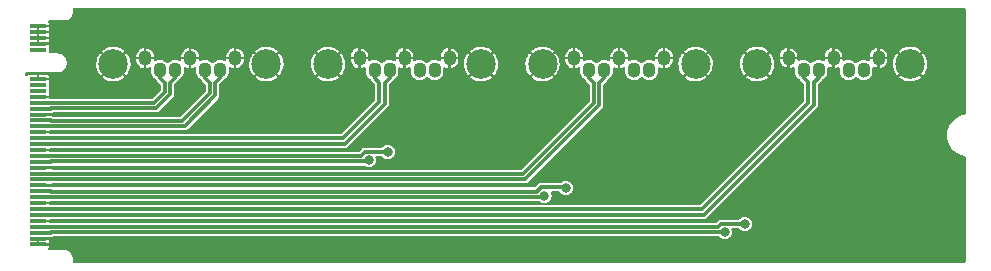
<source format=gtl>
G04 #@! TF.GenerationSoftware,KiCad,Pcbnew,(6.0.5)*
G04 #@! TF.CreationDate,2022-11-11T14:25:18-03:00*
G04 #@! TF.ProjectId,m2sata,6d327361-7461-42e6-9b69-6361645f7063,rev?*
G04 #@! TF.SameCoordinates,Original*
G04 #@! TF.FileFunction,Copper,L1,Top*
G04 #@! TF.FilePolarity,Positive*
%FSLAX46Y46*%
G04 Gerber Fmt 4.6, Leading zero omitted, Abs format (unit mm)*
G04 Created by KiCad (PCBNEW (6.0.5)) date 2022-11-11 14:25:18*
%MOMM*%
%LPD*%
G01*
G04 APERTURE LIST*
G04 #@! TA.AperFunction,SMDPad,CuDef*
%ADD10R,1.450000X0.350000*%
G04 #@! TD*
G04 #@! TA.AperFunction,ComponentPad*
%ADD11O,1.100000X1.300000*%
G04 #@! TD*
G04 #@! TA.AperFunction,ComponentPad*
%ADD12C,2.500000*%
G04 #@! TD*
G04 #@! TA.AperFunction,ViaPad*
%ADD13C,0.800000*%
G04 #@! TD*
G04 #@! TA.AperFunction,Conductor*
%ADD14C,0.300000*%
G04 #@! TD*
G04 APERTURE END LIST*
D10*
X98900000Y-109250000D03*
X98900000Y-108750000D03*
X98900000Y-108250000D03*
X98900000Y-107750000D03*
X98900000Y-107250000D03*
X98900000Y-106750000D03*
X98900000Y-106250000D03*
X98900000Y-105750000D03*
X98900000Y-105250000D03*
X98900000Y-104750000D03*
X98900000Y-104250000D03*
X98900000Y-103750000D03*
X98900000Y-103250000D03*
X98900000Y-102750000D03*
X98900000Y-102250000D03*
X98900000Y-101750000D03*
X98900000Y-101250000D03*
X98900000Y-100750000D03*
X98900000Y-100250000D03*
X98900000Y-99750000D03*
X98900000Y-99250000D03*
X98900000Y-98750000D03*
X98900000Y-98250000D03*
X98900000Y-97750000D03*
X98900000Y-97250000D03*
X98900000Y-96750000D03*
X98900000Y-96250000D03*
X98900000Y-95750000D03*
X98900000Y-95250000D03*
X98900000Y-92750000D03*
X98900000Y-92250000D03*
X98900000Y-91750000D03*
X98900000Y-91250000D03*
X98900000Y-90750000D03*
D11*
X162447238Y-93473494D03*
X163717238Y-94473494D03*
X164987238Y-94473494D03*
X166257238Y-93473494D03*
X167527238Y-94473494D03*
X168797238Y-94473494D03*
X170067238Y-93473494D03*
D12*
X172737238Y-93973494D03*
X159777238Y-93973494D03*
D11*
X107950000Y-93480000D03*
X109220000Y-94480000D03*
X110490000Y-94480000D03*
X111760000Y-93480000D03*
X113030000Y-94480000D03*
X114300000Y-94480000D03*
X115570000Y-93480000D03*
D12*
X118240000Y-93980000D03*
X105280000Y-93980000D03*
D11*
X144281492Y-93480000D03*
X145551492Y-94480000D03*
X146821492Y-94480000D03*
X148091492Y-93480000D03*
X149361492Y-94480000D03*
X150631492Y-94480000D03*
X151901492Y-93480000D03*
D12*
X154571492Y-93980000D03*
X141611492Y-93980000D03*
D11*
X126115746Y-93480000D03*
X127385746Y-94480000D03*
X128655746Y-94480000D03*
X129925746Y-93480000D03*
X131195746Y-94480000D03*
X132465746Y-94480000D03*
X133735746Y-93480000D03*
D12*
X136405746Y-93980000D03*
X123445746Y-93980000D03*
D13*
X115000000Y-97500000D03*
X132500000Y-100000000D03*
X125000000Y-110000000D03*
X175000000Y-110000000D03*
X147500000Y-105000000D03*
X115000000Y-90000000D03*
X112500000Y-90000000D03*
X142500000Y-110000000D03*
X155000000Y-97500000D03*
X102500000Y-110000000D03*
X110000000Y-90000000D03*
X127500000Y-90000000D03*
X112500000Y-110000000D03*
X122500000Y-97500000D03*
X160000000Y-97500000D03*
X137500000Y-100000000D03*
X132500000Y-90000000D03*
X125000000Y-90000000D03*
X135000000Y-100000000D03*
X132500000Y-110000000D03*
X105000000Y-110000000D03*
X162500000Y-110000000D03*
X165000000Y-110000000D03*
X150000000Y-110000000D03*
X115000000Y-110000000D03*
X150000000Y-102500000D03*
X120000000Y-97500000D03*
X102500000Y-92500000D03*
X157500000Y-90000000D03*
X170000000Y-110000000D03*
X107500000Y-110000000D03*
X140000000Y-100000000D03*
X135000000Y-110000000D03*
X157500000Y-100000000D03*
X165000000Y-105000000D03*
X152500000Y-90000000D03*
X135000000Y-97500000D03*
X172500000Y-90000000D03*
X162500000Y-90000000D03*
X120000000Y-90000000D03*
X170000000Y-90000000D03*
X110000000Y-110000000D03*
X137500000Y-90000000D03*
X137500000Y-97500000D03*
X142500000Y-90000000D03*
X155000000Y-110000000D03*
X172500000Y-97500000D03*
X152500000Y-110000000D03*
X175000000Y-90000000D03*
X122500000Y-110000000D03*
X145000000Y-90000000D03*
X102500000Y-90000000D03*
X107500000Y-90000000D03*
X175000000Y-105000000D03*
X155000000Y-90000000D03*
X145000000Y-110000000D03*
X140000000Y-110000000D03*
X102500000Y-95000000D03*
X135000000Y-90000000D03*
X160000000Y-90000000D03*
X147500000Y-90000000D03*
X105000000Y-90000000D03*
X175000000Y-107500000D03*
X150000000Y-90000000D03*
X140000000Y-97500000D03*
X170000000Y-97500000D03*
X130000000Y-90000000D03*
X122500000Y-90000000D03*
X127500000Y-110000000D03*
X167500000Y-102500000D03*
X152500000Y-97500000D03*
X120000000Y-110000000D03*
X175000000Y-97500000D03*
X165000000Y-90000000D03*
X117500000Y-90000000D03*
X157500000Y-110000000D03*
X155000000Y-102500000D03*
X167500000Y-110000000D03*
X162500000Y-107500000D03*
X170000000Y-100000000D03*
X130000000Y-110000000D03*
X175000000Y-102500000D03*
X147500000Y-110000000D03*
X117500000Y-97500000D03*
X140000000Y-90000000D03*
X137500000Y-110000000D03*
X172500000Y-110000000D03*
X142500000Y-97500000D03*
X157500000Y-97500000D03*
X152500000Y-100000000D03*
X117500000Y-110000000D03*
X125000000Y-97500000D03*
X175000000Y-95000000D03*
X152500000Y-105000000D03*
X160000000Y-110000000D03*
X167500000Y-90000000D03*
X175000000Y-92500000D03*
X175000000Y-100000000D03*
X128497974Y-101421577D03*
X126906094Y-102096300D03*
X143581921Y-104465921D03*
X141765518Y-105121606D03*
X158726332Y-107519932D03*
X157053020Y-108204000D03*
D14*
X99987501Y-102250000D02*
X98900000Y-102250000D01*
X100012501Y-102225000D02*
X99987501Y-102250000D01*
X126906094Y-102096300D02*
X126777394Y-102225000D01*
X126777394Y-102225000D02*
X100012501Y-102225000D01*
X100012981Y-101775480D02*
X99987501Y-101750000D01*
X126206261Y-101775480D02*
X100012981Y-101775480D01*
X126584941Y-101396800D02*
X126206261Y-101775480D01*
X128473197Y-101396800D02*
X126584941Y-101396800D01*
X99987501Y-101750000D02*
X98900000Y-101750000D01*
X128497974Y-101421577D02*
X128473197Y-101396800D01*
X100012981Y-104775480D02*
X99987501Y-104750000D01*
X141503880Y-104394000D02*
X141122400Y-104775480D01*
X143510000Y-104394000D02*
X141503880Y-104394000D01*
X141122400Y-104775480D02*
X100012981Y-104775480D01*
X99987501Y-104750000D02*
X98900000Y-104750000D01*
X143581921Y-104465921D02*
X143510000Y-104394000D01*
X99987501Y-107750000D02*
X98900000Y-107750000D01*
X155775880Y-107775480D02*
X155775400Y-107775000D01*
X155775400Y-107775000D02*
X100012501Y-107775000D01*
X100012501Y-107775000D02*
X99987501Y-107750000D01*
X156763272Y-107504489D02*
X156492281Y-107775480D01*
X156492281Y-107775480D02*
X155775880Y-107775480D01*
X158726332Y-107519932D02*
X158710889Y-107504489D01*
X158710889Y-107504489D02*
X156763272Y-107504489D01*
X100012501Y-108225000D02*
X157032020Y-108225000D01*
X99987501Y-108250000D02*
X100012501Y-108225000D01*
X157032020Y-108225000D02*
X157053020Y-108204000D01*
X98900000Y-108250000D02*
X99987501Y-108250000D01*
X99987501Y-105250000D02*
X98900000Y-105250000D01*
X100012501Y-105225000D02*
X99987501Y-105250000D01*
X141662124Y-105225000D02*
X100012501Y-105225000D01*
X141765518Y-105121606D02*
X141662124Y-105225000D01*
X100012501Y-99225000D02*
X111300676Y-99225000D01*
X113890000Y-96635676D02*
X113890000Y-95540000D01*
X113890000Y-95540000D02*
X114300000Y-95130000D01*
X99987501Y-99250000D02*
X100012501Y-99225000D01*
X111300676Y-99225000D02*
X113890000Y-96635676D01*
X98900000Y-99250000D02*
X99987501Y-99250000D01*
X114300000Y-95130000D02*
X114300000Y-94480000D01*
X113440000Y-96449276D02*
X113440000Y-95540000D01*
X113030000Y-95130000D02*
X113030000Y-94480000D01*
X100012501Y-98775000D02*
X111114276Y-98775000D01*
X111114276Y-98775000D02*
X113440000Y-96449276D01*
X99987501Y-98750000D02*
X100012501Y-98775000D01*
X113440000Y-95540000D02*
X113030000Y-95130000D01*
X98900000Y-98750000D02*
X99987501Y-98750000D01*
X100012501Y-97725000D02*
X108889048Y-97725000D01*
X99987501Y-97750000D02*
X100012501Y-97725000D01*
X98900000Y-97750000D02*
X99987501Y-97750000D01*
X110080000Y-96534048D02*
X110080000Y-95540000D01*
X110080000Y-95540000D02*
X110490000Y-95130000D01*
X108889048Y-97725000D02*
X110080000Y-96534048D01*
X110490000Y-95130000D02*
X110490000Y-94480000D01*
X109630000Y-96347648D02*
X109630000Y-95540000D01*
X99987501Y-97250000D02*
X100012501Y-97275000D01*
X109220000Y-95130000D02*
X109220000Y-94480000D01*
X109630000Y-95540000D02*
X109220000Y-95130000D01*
X108702648Y-97275000D02*
X109630000Y-96347648D01*
X98900000Y-97250000D02*
X99987501Y-97250000D01*
X100012501Y-97275000D02*
X108702648Y-97275000D01*
X128245746Y-95540000D02*
X128655746Y-95130000D01*
X124879430Y-100725000D02*
X128245746Y-97358684D01*
X128245746Y-97358684D02*
X128245746Y-95540000D01*
X98900000Y-100750000D02*
X99987501Y-100750000D01*
X100012501Y-100725000D02*
X124879430Y-100725000D01*
X99987501Y-100750000D02*
X100012501Y-100725000D01*
X128655746Y-95130000D02*
X128655746Y-94480000D01*
X127795746Y-97172284D02*
X127795746Y-95540000D01*
X127385746Y-95130000D02*
X127385746Y-94480000D01*
X98900000Y-100250000D02*
X99987501Y-100250000D01*
X100012501Y-100275000D02*
X124693030Y-100275000D01*
X124693030Y-100275000D02*
X127795746Y-97172284D01*
X127795746Y-95540000D02*
X127385746Y-95130000D01*
X99987501Y-100250000D02*
X100012501Y-100275000D01*
X146411492Y-97461488D02*
X146411492Y-95540000D01*
X146411492Y-95540000D02*
X146821492Y-95130000D01*
X99987501Y-103750000D02*
X100012501Y-103725000D01*
X146821492Y-95130000D02*
X146821492Y-94480000D01*
X98900000Y-103750000D02*
X99987501Y-103750000D01*
X140147980Y-103725000D02*
X146411492Y-97461488D01*
X100012501Y-103725000D02*
X140147980Y-103725000D01*
X145961492Y-95540000D02*
X145551492Y-95130000D01*
X100012501Y-103275000D02*
X139961580Y-103275000D01*
X145961492Y-97275088D02*
X145961492Y-95540000D01*
X145551492Y-95130000D02*
X145551492Y-94480000D01*
X99987501Y-103250000D02*
X100012501Y-103275000D01*
X98900000Y-103250000D02*
X99987501Y-103250000D01*
X139961580Y-103275000D02*
X145961492Y-97275088D01*
X98900000Y-106750000D02*
X99987501Y-106750000D01*
X164577238Y-97424034D02*
X164577238Y-95533494D01*
X99987501Y-106750000D02*
X100012501Y-106725000D01*
X164987238Y-95123494D02*
X164987238Y-94473494D01*
X164577238Y-95533494D02*
X164987238Y-95123494D01*
X155276272Y-106725000D02*
X164577238Y-97424034D01*
X100012501Y-106725000D02*
X155276272Y-106725000D01*
X164127238Y-95533494D02*
X163717238Y-95123494D01*
X164127238Y-97237634D02*
X164127238Y-95533494D01*
X163717238Y-95123494D02*
X163717238Y-94473494D01*
X100012501Y-106275000D02*
X155089872Y-106275000D01*
X155089872Y-106275000D02*
X164127238Y-97237634D01*
X98900000Y-106250000D02*
X99987501Y-106250000D01*
X99987501Y-106250000D02*
X100012501Y-106275000D01*
G04 #@! TA.AperFunction,Conductor*
G36*
X177383691Y-89219407D02*
G01*
X177419655Y-89268907D01*
X177424500Y-89299500D01*
X177424500Y-98172397D01*
X177405593Y-98230588D01*
X177356093Y-98266552D01*
X177346546Y-98269135D01*
X177130568Y-98316118D01*
X176895959Y-98403622D01*
X176892863Y-98405313D01*
X176892862Y-98405313D01*
X176859956Y-98423281D01*
X176676191Y-98523624D01*
X176633941Y-98555252D01*
X176499817Y-98655656D01*
X176475738Y-98673681D01*
X176298681Y-98850738D01*
X176148624Y-99051191D01*
X176028622Y-99270959D01*
X175941118Y-99505568D01*
X175887892Y-99750242D01*
X175870029Y-100000000D01*
X175887892Y-100249758D01*
X175941118Y-100494432D01*
X176028622Y-100729041D01*
X176148624Y-100948809D01*
X176230681Y-101058424D01*
X176295491Y-101145000D01*
X176298681Y-101149262D01*
X176475738Y-101326319D01*
X176478565Y-101328435D01*
X176478567Y-101328437D01*
X176504887Y-101348140D01*
X176676191Y-101476376D01*
X176895959Y-101596378D01*
X177130568Y-101683882D01*
X177340577Y-101729567D01*
X177346544Y-101730865D01*
X177399386Y-101761710D01*
X177424006Y-101817724D01*
X177424500Y-101827603D01*
X177424500Y-110700500D01*
X177405593Y-110758691D01*
X177356093Y-110794655D01*
X177325500Y-110799500D01*
X101924500Y-110799500D01*
X101866309Y-110780593D01*
X101830345Y-110731093D01*
X101825500Y-110700500D01*
X101825500Y-110459281D01*
X101828057Y-110436926D01*
X101829388Y-110431183D01*
X101830655Y-110425718D01*
X101830656Y-110425000D01*
X101828935Y-110417458D01*
X101826933Y-110405144D01*
X101815841Y-110292520D01*
X101815841Y-110292519D01*
X101815364Y-110287678D01*
X101775309Y-110155633D01*
X101759227Y-110125545D01*
X101728223Y-110067543D01*
X101710262Y-110033940D01*
X101622725Y-109927275D01*
X101516060Y-109839738D01*
X101394367Y-109774691D01*
X101262322Y-109734636D01*
X101257483Y-109734159D01*
X101257481Y-109734159D01*
X101145896Y-109723169D01*
X101133248Y-109721090D01*
X101131184Y-109720612D01*
X101131183Y-109720612D01*
X101125718Y-109719345D01*
X101125000Y-109719344D01*
X101119548Y-109720588D01*
X101119545Y-109720588D01*
X101113266Y-109722020D01*
X101091248Y-109724500D01*
X99850201Y-109724500D01*
X99792010Y-109705593D01*
X99756046Y-109656093D01*
X99756046Y-109594907D01*
X99771045Y-109570430D01*
X99769192Y-109569192D01*
X99807979Y-109511142D01*
X99815298Y-109493474D01*
X99824052Y-109449462D01*
X99825000Y-109439840D01*
X99825000Y-109370680D01*
X99820878Y-109357995D01*
X99816757Y-109355000D01*
X98894000Y-109355000D01*
X98835809Y-109336093D01*
X98799845Y-109286593D01*
X98795000Y-109256000D01*
X98795000Y-109129320D01*
X99005000Y-109129320D01*
X99009122Y-109142005D01*
X99013243Y-109145000D01*
X99809320Y-109145000D01*
X99822005Y-109140878D01*
X99825000Y-109136757D01*
X99825000Y-109060160D01*
X99824052Y-109050536D01*
X99817842Y-109019313D01*
X99817842Y-108980687D01*
X99824052Y-108949464D01*
X99825000Y-108939840D01*
X99825000Y-108870680D01*
X99820878Y-108857995D01*
X99816757Y-108855000D01*
X99020680Y-108855000D01*
X99007995Y-108859122D01*
X99005000Y-108863243D01*
X99005000Y-109129320D01*
X98795000Y-109129320D01*
X98795000Y-108744000D01*
X98813907Y-108685809D01*
X98863407Y-108649845D01*
X98894000Y-108645000D01*
X99809320Y-108645000D01*
X99822513Y-108640713D01*
X99871191Y-108605346D01*
X99901785Y-108600500D01*
X99939553Y-108600500D01*
X99960389Y-108602718D01*
X99961671Y-108602994D01*
X99970762Y-108604951D01*
X100002572Y-108601186D01*
X100008464Y-108600839D01*
X100008464Y-108600836D01*
X100012531Y-108600500D01*
X100016616Y-108600500D01*
X100020642Y-108599830D01*
X100020653Y-108599829D01*
X100034620Y-108597504D01*
X100039227Y-108596848D01*
X100062190Y-108594130D01*
X100078513Y-108592198D01*
X100078514Y-108592198D01*
X100086639Y-108591236D01*
X100093623Y-108587882D01*
X100094955Y-108587461D01*
X100102604Y-108586188D01*
X100109805Y-108582302D01*
X100114082Y-108580838D01*
X100146151Y-108575500D01*
X156532347Y-108575500D01*
X156590538Y-108594407D01*
X156610888Y-108614232D01*
X156624738Y-108632282D01*
X156750179Y-108728536D01*
X156896258Y-108789044D01*
X157053020Y-108809682D01*
X157209782Y-108789044D01*
X157355861Y-108728536D01*
X157481302Y-108632282D01*
X157577556Y-108506841D01*
X157638064Y-108360762D01*
X157658702Y-108204000D01*
X157638064Y-108047238D01*
X157615132Y-107991875D01*
X157610331Y-107930878D01*
X157642301Y-107878709D01*
X157698829Y-107855294D01*
X157706596Y-107854989D01*
X158177695Y-107854989D01*
X158235886Y-107873896D01*
X158256236Y-107893721D01*
X158298050Y-107948214D01*
X158423491Y-108044468D01*
X158569570Y-108104976D01*
X158726332Y-108125614D01*
X158883094Y-108104976D01*
X159029173Y-108044468D01*
X159154614Y-107948214D01*
X159250868Y-107822773D01*
X159311376Y-107676694D01*
X159332014Y-107519932D01*
X159311376Y-107363170D01*
X159250868Y-107217091D01*
X159154614Y-107091650D01*
X159029173Y-106995396D01*
X158883094Y-106934888D01*
X158726332Y-106914250D01*
X158569570Y-106934888D01*
X158423491Y-106995396D01*
X158298050Y-107091650D01*
X158279937Y-107115256D01*
X158229514Y-107149912D01*
X158201395Y-107153989D01*
X156811220Y-107153989D01*
X156790384Y-107151771D01*
X156789102Y-107151495D01*
X156780011Y-107149538D01*
X156748201Y-107153303D01*
X156742309Y-107153650D01*
X156742309Y-107153653D01*
X156738242Y-107153989D01*
X156734157Y-107153989D01*
X156730131Y-107154659D01*
X156730120Y-107154660D01*
X156716153Y-107156985D01*
X156711541Y-107157642D01*
X156664133Y-107163253D01*
X156657150Y-107166606D01*
X156655816Y-107167028D01*
X156648169Y-107168301D01*
X156640968Y-107172187D01*
X156640967Y-107172187D01*
X156606133Y-107190983D01*
X156601975Y-107193101D01*
X156564560Y-107211067D01*
X156564559Y-107211068D01*
X156558946Y-107213763D01*
X156554998Y-107217081D01*
X156553488Y-107218591D01*
X156552201Y-107219771D01*
X156551175Y-107220637D01*
X156545478Y-107223711D01*
X156539927Y-107229716D01*
X156539922Y-107229720D01*
X156511463Y-107260507D01*
X156508769Y-107263310D01*
X156376095Y-107395984D01*
X156321578Y-107423761D01*
X156306091Y-107424980D01*
X155841180Y-107424980D01*
X155835628Y-107424740D01*
X155835626Y-107424777D01*
X155833488Y-107424685D01*
X155831356Y-107424500D01*
X155829212Y-107424500D01*
X155827499Y-107424426D01*
X155826138Y-107424311D01*
X155819936Y-107422456D01*
X155811765Y-107422777D01*
X155769846Y-107424424D01*
X155765959Y-107424500D01*
X100136954Y-107424500D01*
X100108585Y-107420348D01*
X100104263Y-107419055D01*
X100098083Y-107417207D01*
X100093652Y-107415767D01*
X100054471Y-107402008D01*
X100054467Y-107402007D01*
X100048595Y-107399945D01*
X100043457Y-107399500D01*
X100041319Y-107399500D01*
X100039600Y-107399426D01*
X100038239Y-107399311D01*
X100032037Y-107397456D01*
X100023866Y-107397777D01*
X99981947Y-107399424D01*
X99978060Y-107399500D01*
X99906292Y-107399500D01*
X99848101Y-107380593D01*
X99843762Y-107374621D01*
X99816757Y-107355000D01*
X98894000Y-107355000D01*
X98835809Y-107336093D01*
X98799845Y-107286593D01*
X98795000Y-107256000D01*
X98795000Y-107244000D01*
X98813907Y-107185809D01*
X98863407Y-107149845D01*
X98894000Y-107145000D01*
X99809320Y-107145000D01*
X99822513Y-107140713D01*
X99871191Y-107105346D01*
X99901785Y-107100500D01*
X99939553Y-107100500D01*
X99960389Y-107102718D01*
X99961671Y-107102994D01*
X99970762Y-107104951D01*
X100002572Y-107101186D01*
X100008464Y-107100839D01*
X100008464Y-107100836D01*
X100012531Y-107100500D01*
X100016616Y-107100500D01*
X100020642Y-107099830D01*
X100020653Y-107099829D01*
X100034620Y-107097504D01*
X100039227Y-107096848D01*
X100062190Y-107094130D01*
X100078513Y-107092198D01*
X100078514Y-107092198D01*
X100086639Y-107091236D01*
X100093623Y-107087882D01*
X100094955Y-107087461D01*
X100102604Y-107086188D01*
X100109805Y-107082302D01*
X100114082Y-107080838D01*
X100146151Y-107075500D01*
X155228324Y-107075500D01*
X155249160Y-107077718D01*
X155250442Y-107077994D01*
X155259533Y-107079951D01*
X155291343Y-107076186D01*
X155297235Y-107075839D01*
X155297235Y-107075836D01*
X155301302Y-107075500D01*
X155305387Y-107075500D01*
X155309413Y-107074830D01*
X155309424Y-107074829D01*
X155323391Y-107072504D01*
X155327998Y-107071848D01*
X155350961Y-107069130D01*
X155367284Y-107067198D01*
X155367285Y-107067198D01*
X155375410Y-107066236D01*
X155382394Y-107062882D01*
X155383726Y-107062461D01*
X155391375Y-107061188D01*
X155433432Y-107038495D01*
X155437555Y-107036395D01*
X155474989Y-107018420D01*
X155474993Y-107018418D01*
X155480598Y-107015726D01*
X155484546Y-107012408D01*
X155486054Y-107010900D01*
X155487343Y-107009718D01*
X155488369Y-107008852D01*
X155494066Y-107005778D01*
X155499617Y-106999773D01*
X155499622Y-106999769D01*
X155528081Y-106968982D01*
X155530775Y-106966179D01*
X164791175Y-97705779D01*
X164807478Y-97692614D01*
X164809512Y-97691301D01*
X164809516Y-97691298D01*
X164816390Y-97686859D01*
X164836223Y-97661702D01*
X164840137Y-97657297D01*
X164840136Y-97657296D01*
X164842789Y-97654165D01*
X164845666Y-97651288D01*
X164856282Y-97636433D01*
X164859073Y-97632715D01*
X164863233Y-97627439D01*
X164888630Y-97595223D01*
X164891196Y-97587916D01*
X164891843Y-97586670D01*
X164896349Y-97580365D01*
X164910026Y-97534630D01*
X164911467Y-97530195D01*
X164925231Y-97491001D01*
X164925232Y-97490998D01*
X164927293Y-97485128D01*
X164927738Y-97479990D01*
X164927738Y-97477854D01*
X164927813Y-97476115D01*
X164927927Y-97474772D01*
X164929781Y-97468571D01*
X164927814Y-97418496D01*
X164927738Y-97414610D01*
X164927738Y-95719684D01*
X164946645Y-95661493D01*
X164956734Y-95649680D01*
X165201175Y-95405239D01*
X165217478Y-95392074D01*
X165219512Y-95390761D01*
X165219516Y-95390758D01*
X165226390Y-95386319D01*
X165246222Y-95361162D01*
X165250138Y-95356756D01*
X165250137Y-95356755D01*
X165252788Y-95353626D01*
X165255667Y-95350747D01*
X165258456Y-95346844D01*
X165266275Y-95335903D01*
X165269074Y-95332175D01*
X165282224Y-95315494D01*
X165298630Y-95294683D01*
X165301196Y-95287376D01*
X165301846Y-95286126D01*
X165306349Y-95279824D01*
X165306915Y-95277930D01*
X165347199Y-95236358D01*
X165354765Y-95232753D01*
X165356321Y-95232091D01*
X165361611Y-95229840D01*
X165492754Y-95133329D01*
X165497930Y-95129520D01*
X165497931Y-95129519D01*
X165502562Y-95126111D01*
X165506285Y-95121729D01*
X165506287Y-95121727D01*
X165612144Y-94997125D01*
X165612145Y-94997124D01*
X165615870Y-94992739D01*
X165659948Y-94906417D01*
X165692841Y-94842002D01*
X165692842Y-94841999D01*
X165695457Y-94836878D01*
X165715779Y-94753828D01*
X165736006Y-94671168D01*
X165736006Y-94671165D01*
X165737053Y-94666888D01*
X165737738Y-94655846D01*
X165737738Y-94329672D01*
X165736802Y-94321645D01*
X165748840Y-94261656D01*
X165793840Y-94220199D01*
X165854613Y-94213110D01*
X165884860Y-94224569D01*
X165951164Y-94263082D01*
X165961645Y-94267639D01*
X166118015Y-94314999D01*
X166129263Y-94317022D01*
X166136587Y-94317477D01*
X166149504Y-94314148D01*
X166151811Y-94311354D01*
X166152238Y-94309113D01*
X166152238Y-94300790D01*
X166362238Y-94300790D01*
X166366360Y-94313475D01*
X166366964Y-94313914D01*
X166374111Y-94314430D01*
X166464765Y-94298852D01*
X166475731Y-94295625D01*
X166626070Y-94231655D01*
X166628687Y-94230162D01*
X166630423Y-94229802D01*
X166631362Y-94229403D01*
X166631442Y-94229591D01*
X166688601Y-94217754D01*
X166744366Y-94242932D01*
X166774681Y-94296080D01*
X166776738Y-94316156D01*
X166776738Y-94617316D01*
X166777070Y-94620163D01*
X166777070Y-94620164D01*
X166777720Y-94625739D01*
X166791895Y-94747322D01*
X166793857Y-94752728D01*
X166793858Y-94752731D01*
X166824039Y-94835878D01*
X166851607Y-94911825D01*
X166854760Y-94916634D01*
X166854762Y-94916638D01*
X166891718Y-94973005D01*
X166947561Y-95058179D01*
X166951730Y-95062128D01*
X166951733Y-95062132D01*
X167036049Y-95142005D01*
X167074610Y-95178534D01*
X167079580Y-95181421D01*
X167079583Y-95181423D01*
X167220966Y-95263544D01*
X167225940Y-95266433D01*
X167286537Y-95284786D01*
X167387926Y-95315494D01*
X167387928Y-95315494D01*
X167393431Y-95317161D01*
X167504042Y-95324023D01*
X167562360Y-95327641D01*
X167562361Y-95327641D01*
X167568100Y-95327997D01*
X167740578Y-95298360D01*
X167767088Y-95287080D01*
X167896321Y-95232091D01*
X167896322Y-95232091D01*
X167901611Y-95229840D01*
X168032754Y-95133329D01*
X168037930Y-95129520D01*
X168037931Y-95129519D01*
X168042562Y-95126111D01*
X168046285Y-95121729D01*
X168046287Y-95121727D01*
X168084912Y-95076262D01*
X168136997Y-95044156D01*
X168198006Y-95048797D01*
X168228443Y-95068488D01*
X168344610Y-95178534D01*
X168349580Y-95181421D01*
X168349583Y-95181423D01*
X168490966Y-95263544D01*
X168495940Y-95266433D01*
X168556537Y-95284786D01*
X168657926Y-95315494D01*
X168657928Y-95315494D01*
X168663431Y-95317161D01*
X168774042Y-95324023D01*
X168832360Y-95327641D01*
X168832361Y-95327641D01*
X168838100Y-95327997D01*
X169010578Y-95298360D01*
X169037088Y-95287080D01*
X169166321Y-95232091D01*
X169166322Y-95232091D01*
X169171611Y-95229840D01*
X169302754Y-95133329D01*
X169307930Y-95129520D01*
X169307931Y-95129519D01*
X169312562Y-95126111D01*
X169316285Y-95121729D01*
X169316287Y-95121727D01*
X169359034Y-95071411D01*
X171793642Y-95071411D01*
X171794082Y-95074190D01*
X171796382Y-95077066D01*
X171899580Y-95162743D01*
X171906209Y-95167384D01*
X172105063Y-95283584D01*
X172112359Y-95287080D01*
X172327521Y-95369243D01*
X172335291Y-95371501D01*
X172560981Y-95417418D01*
X172569025Y-95418377D01*
X172799187Y-95426816D01*
X172807263Y-95426450D01*
X173035722Y-95397183D01*
X173043631Y-95395501D01*
X173264225Y-95329320D01*
X173271773Y-95326362D01*
X173478594Y-95225042D01*
X173485553Y-95220893D01*
X173673054Y-95087152D01*
X173677405Y-95083474D01*
X173683192Y-95072166D01*
X173682407Y-95067155D01*
X172748324Y-94133072D01*
X172736441Y-94127018D01*
X172731410Y-94127814D01*
X171799696Y-95059528D01*
X171793642Y-95071411D01*
X169359034Y-95071411D01*
X169422144Y-94997125D01*
X169422145Y-94997124D01*
X169425870Y-94992739D01*
X169469948Y-94906417D01*
X169502841Y-94842002D01*
X169502842Y-94841999D01*
X169505457Y-94836878D01*
X169525779Y-94753828D01*
X169546006Y-94671168D01*
X169546006Y-94671165D01*
X169547053Y-94666888D01*
X169547738Y-94655846D01*
X169547738Y-94329672D01*
X169546802Y-94321645D01*
X169558840Y-94261656D01*
X169603840Y-94220199D01*
X169664613Y-94213110D01*
X169694860Y-94224569D01*
X169761164Y-94263082D01*
X169771645Y-94267639D01*
X169928015Y-94314999D01*
X169939263Y-94317022D01*
X169946587Y-94317477D01*
X169959504Y-94314148D01*
X169961811Y-94311354D01*
X169962238Y-94309113D01*
X169962238Y-94300790D01*
X170172238Y-94300790D01*
X170176360Y-94313475D01*
X170176964Y-94313914D01*
X170184111Y-94314430D01*
X170274765Y-94298852D01*
X170285731Y-94295625D01*
X170436072Y-94231654D01*
X170445991Y-94225996D01*
X170577587Y-94129153D01*
X170585944Y-94121360D01*
X170691726Y-93996846D01*
X170698069Y-93987334D01*
X170721219Y-93941998D01*
X171282937Y-93941998D01*
X171296196Y-94171938D01*
X171297321Y-94179944D01*
X171347955Y-94404624D01*
X171350378Y-94412358D01*
X171437023Y-94625739D01*
X171440677Y-94632973D01*
X171561013Y-94829342D01*
X171565796Y-94835878D01*
X171630058Y-94910064D01*
X171641480Y-94916954D01*
X171644836Y-94916667D01*
X171647092Y-94915148D01*
X172577660Y-93984580D01*
X172582902Y-93974291D01*
X172890762Y-93974291D01*
X172891558Y-93979322D01*
X173825888Y-94913652D01*
X173837771Y-94919706D01*
X173842748Y-94918918D01*
X173847622Y-94913191D01*
X173982019Y-94726158D01*
X173986191Y-94719215D01*
X174088234Y-94512746D01*
X174091214Y-94505222D01*
X174158168Y-94284849D01*
X174159878Y-94276936D01*
X174190125Y-94047188D01*
X174190535Y-94041924D01*
X174192142Y-93976135D01*
X174191991Y-93970865D01*
X174173003Y-93739907D01*
X174171681Y-93731921D01*
X174115574Y-93508553D01*
X174112961Y-93500877D01*
X174021129Y-93289677D01*
X174017296Y-93282530D01*
X173892204Y-93089167D01*
X173887258Y-93082744D01*
X173845034Y-93036341D01*
X173833447Y-93029732D01*
X173829458Y-93030172D01*
X173828142Y-93031082D01*
X172896816Y-93962408D01*
X172890762Y-93974291D01*
X172582902Y-93974291D01*
X172583714Y-93972697D01*
X172582918Y-93967666D01*
X171650140Y-93034888D01*
X171638257Y-93028834D01*
X171633661Y-93029562D01*
X171633278Y-93029846D01*
X171609326Y-93054911D01*
X171604223Y-93061212D01*
X171474440Y-93251466D01*
X171470438Y-93258512D01*
X171373472Y-93467409D01*
X171370674Y-93475014D01*
X171309129Y-93696936D01*
X171307608Y-93704910D01*
X171283135Y-93933907D01*
X171282937Y-93941998D01*
X170721219Y-93941998D01*
X170772368Y-93841827D01*
X170776352Y-93831117D01*
X170815507Y-93671106D01*
X170816827Y-93662427D01*
X170817144Y-93657316D01*
X170817238Y-93654282D01*
X170817238Y-93594174D01*
X170813116Y-93581489D01*
X170808995Y-93578494D01*
X170187918Y-93578494D01*
X170175233Y-93582616D01*
X170172238Y-93586737D01*
X170172238Y-94300790D01*
X169962238Y-94300790D01*
X169962238Y-93594174D01*
X169958116Y-93581489D01*
X169953995Y-93578494D01*
X169332918Y-93578494D01*
X169320233Y-93582616D01*
X169317238Y-93586737D01*
X169317238Y-93614423D01*
X169317570Y-93620130D01*
X169318142Y-93625039D01*
X169306102Y-93685028D01*
X169261101Y-93726483D01*
X169200327Y-93733570D01*
X169170084Y-93722113D01*
X169103511Y-93683444D01*
X169103506Y-93683442D01*
X169098536Y-93680555D01*
X168993121Y-93648628D01*
X168936550Y-93631494D01*
X168936548Y-93631494D01*
X168931045Y-93629827D01*
X168797319Y-93621531D01*
X168762116Y-93619347D01*
X168762115Y-93619347D01*
X168756376Y-93618991D01*
X168583898Y-93648628D01*
X168578603Y-93650881D01*
X168454327Y-93703761D01*
X168422865Y-93717148D01*
X168281914Y-93820877D01*
X168278191Y-93825259D01*
X168278189Y-93825261D01*
X168239564Y-93870726D01*
X168187479Y-93902832D01*
X168126470Y-93898191D01*
X168096033Y-93878500D01*
X167979866Y-93768454D01*
X167974896Y-93765567D01*
X167974893Y-93765565D01*
X167833510Y-93683444D01*
X167833509Y-93683444D01*
X167828536Y-93680555D01*
X167723121Y-93648628D01*
X167666550Y-93631494D01*
X167666548Y-93631494D01*
X167661045Y-93629827D01*
X167527319Y-93621531D01*
X167492116Y-93619347D01*
X167492115Y-93619347D01*
X167486376Y-93618991D01*
X167313898Y-93648628D01*
X167152865Y-93717148D01*
X167152821Y-93717044D01*
X167095373Y-93728940D01*
X167039609Y-93703761D01*
X167009295Y-93650613D01*
X167007238Y-93630538D01*
X167007238Y-93594174D01*
X167003116Y-93581489D01*
X166998995Y-93578494D01*
X166377918Y-93578494D01*
X166365233Y-93582616D01*
X166362238Y-93586737D01*
X166362238Y-94300790D01*
X166152238Y-94300790D01*
X166152238Y-93594174D01*
X166148116Y-93581489D01*
X166143995Y-93578494D01*
X165522918Y-93578494D01*
X165510233Y-93582616D01*
X165507238Y-93586737D01*
X165507238Y-93614423D01*
X165507570Y-93620130D01*
X165508142Y-93625039D01*
X165496102Y-93685028D01*
X165451101Y-93726483D01*
X165390327Y-93733570D01*
X165360084Y-93722113D01*
X165293511Y-93683444D01*
X165293506Y-93683442D01*
X165288536Y-93680555D01*
X165183121Y-93648628D01*
X165126550Y-93631494D01*
X165126548Y-93631494D01*
X165121045Y-93629827D01*
X164987319Y-93621531D01*
X164952116Y-93619347D01*
X164952115Y-93619347D01*
X164946376Y-93618991D01*
X164773898Y-93648628D01*
X164768603Y-93650881D01*
X164644327Y-93703761D01*
X164612865Y-93717148D01*
X164471914Y-93820877D01*
X164468191Y-93825259D01*
X164468189Y-93825261D01*
X164429564Y-93870726D01*
X164377479Y-93902832D01*
X164316470Y-93898191D01*
X164286033Y-93878500D01*
X164169866Y-93768454D01*
X164164896Y-93765567D01*
X164164893Y-93765565D01*
X164023510Y-93683444D01*
X164023509Y-93683444D01*
X164018536Y-93680555D01*
X163913121Y-93648628D01*
X163856550Y-93631494D01*
X163856548Y-93631494D01*
X163851045Y-93629827D01*
X163717319Y-93621531D01*
X163682116Y-93619347D01*
X163682115Y-93619347D01*
X163676376Y-93618991D01*
X163503898Y-93648628D01*
X163342865Y-93717148D01*
X163342821Y-93717044D01*
X163285373Y-93728940D01*
X163229609Y-93703761D01*
X163199295Y-93650613D01*
X163197238Y-93630538D01*
X163197238Y-93594174D01*
X163193116Y-93581489D01*
X163188995Y-93578494D01*
X162567918Y-93578494D01*
X162555233Y-93582616D01*
X162552238Y-93586737D01*
X162552238Y-94300790D01*
X162556360Y-94313475D01*
X162556964Y-94313914D01*
X162564111Y-94314430D01*
X162654765Y-94298852D01*
X162665731Y-94295625D01*
X162816070Y-94231655D01*
X162818687Y-94230162D01*
X162820423Y-94229802D01*
X162821362Y-94229403D01*
X162821442Y-94229591D01*
X162878601Y-94217754D01*
X162934366Y-94242932D01*
X162964681Y-94296080D01*
X162966738Y-94316156D01*
X162966738Y-94617316D01*
X162967070Y-94620163D01*
X162967070Y-94620164D01*
X162967720Y-94625739D01*
X162981895Y-94747322D01*
X162983857Y-94752728D01*
X162983858Y-94752731D01*
X163014039Y-94835878D01*
X163041607Y-94911825D01*
X163044760Y-94916634D01*
X163044762Y-94916638D01*
X163081718Y-94973005D01*
X163137561Y-95058179D01*
X163141730Y-95062128D01*
X163141733Y-95062132D01*
X163226049Y-95142005D01*
X163264610Y-95178534D01*
X163269580Y-95181421D01*
X163269583Y-95181423D01*
X163362855Y-95235599D01*
X163400258Y-95274197D01*
X163403730Y-95280632D01*
X163405847Y-95284786D01*
X163423819Y-95322213D01*
X163423821Y-95322216D01*
X163426512Y-95327820D01*
X163429830Y-95331768D01*
X163431338Y-95333276D01*
X163432520Y-95334565D01*
X163433386Y-95335591D01*
X163436460Y-95341288D01*
X163442465Y-95346839D01*
X163442469Y-95346844D01*
X163473256Y-95375303D01*
X163476059Y-95377997D01*
X163747742Y-95649680D01*
X163775519Y-95704197D01*
X163776738Y-95719684D01*
X163776738Y-97051444D01*
X163757831Y-97109635D01*
X163747742Y-97121448D01*
X154973686Y-105895504D01*
X154919169Y-105923281D01*
X154903682Y-105924500D01*
X100136954Y-105924500D01*
X100108585Y-105920348D01*
X100104263Y-105919055D01*
X100098083Y-105917207D01*
X100093652Y-105915767D01*
X100054471Y-105902008D01*
X100054467Y-105902007D01*
X100048595Y-105899945D01*
X100043457Y-105899500D01*
X100041319Y-105899500D01*
X100039600Y-105899426D01*
X100038239Y-105899311D01*
X100032037Y-105897456D01*
X100023866Y-105897777D01*
X99981947Y-105899424D01*
X99978060Y-105899500D01*
X99906292Y-105899500D01*
X99848101Y-105880593D01*
X99843762Y-105874621D01*
X99816757Y-105855000D01*
X98894000Y-105855000D01*
X98835809Y-105836093D01*
X98799845Y-105786593D01*
X98795000Y-105756000D01*
X98795000Y-105744000D01*
X98813907Y-105685809D01*
X98863407Y-105649845D01*
X98894000Y-105645000D01*
X99809320Y-105645000D01*
X99822513Y-105640713D01*
X99871191Y-105605346D01*
X99901785Y-105600500D01*
X99939553Y-105600500D01*
X99960389Y-105602718D01*
X99961671Y-105602994D01*
X99970762Y-105604951D01*
X100002572Y-105601186D01*
X100008464Y-105600839D01*
X100008464Y-105600836D01*
X100012531Y-105600500D01*
X100016616Y-105600500D01*
X100020642Y-105599830D01*
X100020653Y-105599829D01*
X100034620Y-105597504D01*
X100039227Y-105596848D01*
X100062190Y-105594130D01*
X100078513Y-105592198D01*
X100078514Y-105592198D01*
X100086639Y-105591236D01*
X100093623Y-105587882D01*
X100094955Y-105587461D01*
X100102604Y-105586188D01*
X100109805Y-105582302D01*
X100114082Y-105580838D01*
X100146151Y-105575500D01*
X141337009Y-105575500D01*
X141397275Y-105595958D01*
X141462677Y-105646142D01*
X141608756Y-105706650D01*
X141765518Y-105727288D01*
X141922280Y-105706650D01*
X142068359Y-105646142D01*
X142193800Y-105549888D01*
X142290054Y-105424447D01*
X142350562Y-105278368D01*
X142371200Y-105121606D01*
X142350562Y-104964844D01*
X142342238Y-104944748D01*
X142315993Y-104881385D01*
X142311192Y-104820388D01*
X142343162Y-104768220D01*
X142399690Y-104744805D01*
X142407457Y-104744500D01*
X142989947Y-104744500D01*
X143048138Y-104763407D01*
X143068489Y-104783233D01*
X143153639Y-104894203D01*
X143279080Y-104990457D01*
X143425159Y-105050965D01*
X143581921Y-105071603D01*
X143738683Y-105050965D01*
X143884762Y-104990457D01*
X144010203Y-104894203D01*
X144106457Y-104768762D01*
X144166965Y-104622683D01*
X144187603Y-104465921D01*
X144166965Y-104309159D01*
X144106457Y-104163080D01*
X144010203Y-104037639D01*
X143884762Y-103941385D01*
X143738683Y-103880877D01*
X143581921Y-103860239D01*
X143425159Y-103880877D01*
X143279080Y-103941385D01*
X143273931Y-103945336D01*
X143172662Y-104023042D01*
X143112395Y-104043500D01*
X141551828Y-104043500D01*
X141530992Y-104041282D01*
X141529710Y-104041006D01*
X141520619Y-104039049D01*
X141488995Y-104042792D01*
X141488809Y-104042814D01*
X141482917Y-104043161D01*
X141482917Y-104043164D01*
X141478850Y-104043500D01*
X141474765Y-104043500D01*
X141470739Y-104044170D01*
X141470728Y-104044171D01*
X141456761Y-104046496D01*
X141452149Y-104047153D01*
X141404741Y-104052764D01*
X141397758Y-104056117D01*
X141396424Y-104056539D01*
X141388777Y-104057812D01*
X141381576Y-104061698D01*
X141381575Y-104061698D01*
X141346741Y-104080494D01*
X141342583Y-104082612D01*
X141305168Y-104100578D01*
X141305167Y-104100579D01*
X141299554Y-104103274D01*
X141295606Y-104106592D01*
X141294096Y-104108102D01*
X141292809Y-104109282D01*
X141291783Y-104110148D01*
X141286086Y-104113222D01*
X141280535Y-104119227D01*
X141280530Y-104119231D01*
X141252071Y-104150018D01*
X141249377Y-104152821D01*
X141006214Y-104395984D01*
X140951697Y-104423761D01*
X140936210Y-104424980D01*
X100138559Y-104424980D01*
X100110190Y-104420828D01*
X100105201Y-104419336D01*
X100098083Y-104417207D01*
X100093652Y-104415767D01*
X100054471Y-104402008D01*
X100054467Y-104402007D01*
X100048595Y-104399945D01*
X100043457Y-104399500D01*
X100041319Y-104399500D01*
X100039600Y-104399426D01*
X100038239Y-104399311D01*
X100032037Y-104397456D01*
X100023866Y-104397777D01*
X99981947Y-104399424D01*
X99978060Y-104399500D01*
X99906292Y-104399500D01*
X99848101Y-104380593D01*
X99843762Y-104374621D01*
X99816757Y-104355000D01*
X98894000Y-104355000D01*
X98835809Y-104336093D01*
X98799845Y-104286593D01*
X98795000Y-104256000D01*
X98795000Y-104244000D01*
X98813907Y-104185809D01*
X98863407Y-104149845D01*
X98894000Y-104145000D01*
X99809320Y-104145000D01*
X99822513Y-104140713D01*
X99871191Y-104105346D01*
X99901785Y-104100500D01*
X99939553Y-104100500D01*
X99960389Y-104102718D01*
X99961671Y-104102994D01*
X99970762Y-104104951D01*
X100002572Y-104101186D01*
X100008464Y-104100839D01*
X100008464Y-104100836D01*
X100012531Y-104100500D01*
X100016616Y-104100500D01*
X100020642Y-104099830D01*
X100020653Y-104099829D01*
X100034620Y-104097504D01*
X100039227Y-104096848D01*
X100062190Y-104094130D01*
X100078513Y-104092198D01*
X100078514Y-104092198D01*
X100086639Y-104091236D01*
X100093623Y-104087882D01*
X100094955Y-104087461D01*
X100102604Y-104086188D01*
X100109805Y-104082302D01*
X100114082Y-104080838D01*
X100146151Y-104075500D01*
X140100032Y-104075500D01*
X140120868Y-104077718D01*
X140122150Y-104077994D01*
X140131241Y-104079951D01*
X140163051Y-104076186D01*
X140168943Y-104075839D01*
X140168943Y-104075836D01*
X140173010Y-104075500D01*
X140177095Y-104075500D01*
X140181121Y-104074830D01*
X140181132Y-104074829D01*
X140195099Y-104072504D01*
X140199706Y-104071848D01*
X140222669Y-104069130D01*
X140238992Y-104067198D01*
X140238993Y-104067198D01*
X140247118Y-104066236D01*
X140254102Y-104062882D01*
X140255434Y-104062461D01*
X140263083Y-104061188D01*
X140305140Y-104038495D01*
X140309263Y-104036395D01*
X140346697Y-104018420D01*
X140346701Y-104018418D01*
X140352306Y-104015726D01*
X140356254Y-104012408D01*
X140357762Y-104010900D01*
X140359051Y-104009718D01*
X140360077Y-104008852D01*
X140365774Y-104005778D01*
X140371325Y-103999773D01*
X140371330Y-103999769D01*
X140399789Y-103968982D01*
X140402483Y-103966179D01*
X146625429Y-97743233D01*
X146641732Y-97730068D01*
X146643766Y-97728755D01*
X146643770Y-97728752D01*
X146650644Y-97724313D01*
X146670476Y-97699156D01*
X146674392Y-97694750D01*
X146674391Y-97694749D01*
X146677042Y-97691620D01*
X146679921Y-97688741D01*
X146685858Y-97680433D01*
X146690529Y-97673897D01*
X146693328Y-97670169D01*
X146710823Y-97647976D01*
X146722884Y-97632677D01*
X146725449Y-97625374D01*
X146726101Y-97624119D01*
X146730603Y-97617818D01*
X146744283Y-97572076D01*
X146745724Y-97567642D01*
X146759484Y-97528458D01*
X146759485Y-97528454D01*
X146761547Y-97522582D01*
X146761992Y-97517444D01*
X146761992Y-97515306D01*
X146762066Y-97513587D01*
X146762181Y-97512226D01*
X146764036Y-97506024D01*
X146762565Y-97468571D01*
X146762068Y-97455934D01*
X146761992Y-97452047D01*
X146761992Y-95726190D01*
X146780899Y-95667999D01*
X146790988Y-95656186D01*
X147035429Y-95411745D01*
X147051732Y-95398580D01*
X147053766Y-95397267D01*
X147053770Y-95397264D01*
X147060644Y-95392825D01*
X147080476Y-95367668D01*
X147084392Y-95363262D01*
X147084391Y-95363261D01*
X147087042Y-95360132D01*
X147089921Y-95357253D01*
X147094570Y-95350747D01*
X147100529Y-95342409D01*
X147103328Y-95338681D01*
X147120012Y-95317517D01*
X147132884Y-95301189D01*
X147135450Y-95293882D01*
X147136100Y-95292632D01*
X147140603Y-95286330D01*
X147141169Y-95284436D01*
X147181453Y-95242864D01*
X147189019Y-95239259D01*
X147190575Y-95238597D01*
X147195865Y-95236346D01*
X147295880Y-95162743D01*
X147332184Y-95136026D01*
X147332185Y-95136025D01*
X147336816Y-95132617D01*
X147340539Y-95128235D01*
X147340541Y-95128233D01*
X147446398Y-95003631D01*
X147446399Y-95003630D01*
X147450124Y-94999245D01*
X147504876Y-94892021D01*
X147527095Y-94848508D01*
X147527096Y-94848505D01*
X147529711Y-94843384D01*
X147546567Y-94774500D01*
X147570260Y-94677674D01*
X147570260Y-94677671D01*
X147571307Y-94673394D01*
X147571992Y-94662352D01*
X147571992Y-94336178D01*
X147571056Y-94328151D01*
X147583094Y-94268162D01*
X147628094Y-94226705D01*
X147688867Y-94219616D01*
X147719114Y-94231075D01*
X147785418Y-94269588D01*
X147795899Y-94274145D01*
X147952269Y-94321505D01*
X147963517Y-94323528D01*
X147970841Y-94323983D01*
X147983758Y-94320654D01*
X147986065Y-94317860D01*
X147986492Y-94315619D01*
X147986492Y-94307296D01*
X148196492Y-94307296D01*
X148200614Y-94319981D01*
X148201218Y-94320420D01*
X148208365Y-94320936D01*
X148299019Y-94305358D01*
X148309985Y-94302131D01*
X148460324Y-94238161D01*
X148462941Y-94236668D01*
X148464677Y-94236308D01*
X148465616Y-94235909D01*
X148465696Y-94236097D01*
X148522855Y-94224260D01*
X148578620Y-94249438D01*
X148608935Y-94302586D01*
X148610992Y-94322662D01*
X148610992Y-94623822D01*
X148626149Y-94753828D01*
X148628111Y-94759234D01*
X148628112Y-94759237D01*
X148670477Y-94875948D01*
X148685861Y-94918331D01*
X148689014Y-94923140D01*
X148689016Y-94923144D01*
X148734645Y-94992739D01*
X148781815Y-95064685D01*
X148785984Y-95068634D01*
X148785987Y-95068638D01*
X148863435Y-95142005D01*
X148908864Y-95185040D01*
X148913834Y-95187927D01*
X148913837Y-95187929D01*
X149055220Y-95270050D01*
X149060194Y-95272939D01*
X149120791Y-95291292D01*
X149222180Y-95322000D01*
X149222182Y-95322000D01*
X149227685Y-95323667D01*
X149355541Y-95331599D01*
X149396614Y-95334147D01*
X149396615Y-95334147D01*
X149402354Y-95334503D01*
X149574832Y-95304866D01*
X149602223Y-95293211D01*
X149730575Y-95238597D01*
X149730576Y-95238597D01*
X149735865Y-95236346D01*
X149835880Y-95162743D01*
X149872184Y-95136026D01*
X149872185Y-95136025D01*
X149876816Y-95132617D01*
X149880539Y-95128235D01*
X149880541Y-95128233D01*
X149919166Y-95082768D01*
X149971251Y-95050662D01*
X150032260Y-95055303D01*
X150062697Y-95074994D01*
X150178864Y-95185040D01*
X150183834Y-95187927D01*
X150183837Y-95187929D01*
X150325220Y-95270050D01*
X150330194Y-95272939D01*
X150390791Y-95291292D01*
X150492180Y-95322000D01*
X150492182Y-95322000D01*
X150497685Y-95323667D01*
X150625541Y-95331599D01*
X150666614Y-95334147D01*
X150666615Y-95334147D01*
X150672354Y-95334503D01*
X150844832Y-95304866D01*
X150872223Y-95293211D01*
X151000575Y-95238597D01*
X151000576Y-95238597D01*
X151005865Y-95236346D01*
X151105880Y-95162743D01*
X151142184Y-95136026D01*
X151142185Y-95136025D01*
X151146816Y-95132617D01*
X151150539Y-95128235D01*
X151150541Y-95128233D01*
X151193288Y-95077917D01*
X153627896Y-95077917D01*
X153628336Y-95080696D01*
X153630636Y-95083572D01*
X153733834Y-95169249D01*
X153740463Y-95173890D01*
X153939317Y-95290090D01*
X153946613Y-95293586D01*
X154161775Y-95375749D01*
X154169545Y-95378007D01*
X154395235Y-95423924D01*
X154403279Y-95424883D01*
X154633441Y-95433322D01*
X154641517Y-95432956D01*
X154869976Y-95403689D01*
X154877885Y-95402007D01*
X155098479Y-95335826D01*
X155106027Y-95332868D01*
X155312848Y-95231548D01*
X155319807Y-95227399D01*
X155507308Y-95093658D01*
X155511659Y-95089980D01*
X155517446Y-95078672D01*
X155516661Y-95073661D01*
X155514411Y-95071411D01*
X158833642Y-95071411D01*
X158834082Y-95074190D01*
X158836382Y-95077066D01*
X158939580Y-95162743D01*
X158946209Y-95167384D01*
X159145063Y-95283584D01*
X159152359Y-95287080D01*
X159367521Y-95369243D01*
X159375291Y-95371501D01*
X159600981Y-95417418D01*
X159609025Y-95418377D01*
X159839187Y-95426816D01*
X159847263Y-95426450D01*
X160075722Y-95397183D01*
X160083631Y-95395501D01*
X160304225Y-95329320D01*
X160311773Y-95326362D01*
X160518594Y-95225042D01*
X160525553Y-95220893D01*
X160713054Y-95087152D01*
X160717405Y-95083474D01*
X160723192Y-95072166D01*
X160722407Y-95067155D01*
X159788324Y-94133072D01*
X159776441Y-94127018D01*
X159771410Y-94127814D01*
X158839696Y-95059528D01*
X158833642Y-95071411D01*
X155514411Y-95071411D01*
X154582578Y-94139578D01*
X154570695Y-94133524D01*
X154565664Y-94134320D01*
X153633950Y-95066034D01*
X153627896Y-95077917D01*
X151193288Y-95077917D01*
X151256398Y-95003631D01*
X151256399Y-95003630D01*
X151260124Y-94999245D01*
X151314876Y-94892021D01*
X151337095Y-94848508D01*
X151337096Y-94848505D01*
X151339711Y-94843384D01*
X151356567Y-94774500D01*
X151380260Y-94677674D01*
X151380260Y-94677671D01*
X151381307Y-94673394D01*
X151381992Y-94662352D01*
X151381992Y-94336178D01*
X151381056Y-94328151D01*
X151393094Y-94268162D01*
X151438094Y-94226705D01*
X151498867Y-94219616D01*
X151529114Y-94231075D01*
X151595418Y-94269588D01*
X151605899Y-94274145D01*
X151762269Y-94321505D01*
X151773517Y-94323528D01*
X151780841Y-94323983D01*
X151793758Y-94320654D01*
X151796065Y-94317860D01*
X151796492Y-94315619D01*
X151796492Y-94307296D01*
X152006492Y-94307296D01*
X152010614Y-94319981D01*
X152011218Y-94320420D01*
X152018365Y-94320936D01*
X152109019Y-94305358D01*
X152119985Y-94302131D01*
X152270326Y-94238160D01*
X152280245Y-94232502D01*
X152411841Y-94135659D01*
X152420198Y-94127866D01*
X152525980Y-94003352D01*
X152532323Y-93993840D01*
X152555473Y-93948504D01*
X153117191Y-93948504D01*
X153130450Y-94178444D01*
X153131575Y-94186450D01*
X153182209Y-94411130D01*
X153184632Y-94418864D01*
X153271277Y-94632245D01*
X153274931Y-94639479D01*
X153395267Y-94835848D01*
X153400050Y-94842384D01*
X153464312Y-94916570D01*
X153475734Y-94923460D01*
X153479090Y-94923173D01*
X153481346Y-94921654D01*
X154411914Y-93991086D01*
X154417156Y-93980797D01*
X154725016Y-93980797D01*
X154725812Y-93985828D01*
X155660142Y-94920158D01*
X155672025Y-94926212D01*
X155677002Y-94925424D01*
X155681876Y-94919697D01*
X155816273Y-94732664D01*
X155820445Y-94725721D01*
X155922488Y-94519252D01*
X155925468Y-94511728D01*
X155992422Y-94291355D01*
X155994132Y-94283442D01*
X156024379Y-94053694D01*
X156024789Y-94048430D01*
X156026396Y-93982641D01*
X156026245Y-93977371D01*
X156023337Y-93941998D01*
X158322937Y-93941998D01*
X158336196Y-94171938D01*
X158337321Y-94179944D01*
X158387955Y-94404624D01*
X158390378Y-94412358D01*
X158477023Y-94625739D01*
X158480677Y-94632973D01*
X158601013Y-94829342D01*
X158605796Y-94835878D01*
X158670058Y-94910064D01*
X158681480Y-94916954D01*
X158684836Y-94916667D01*
X158687092Y-94915148D01*
X159617660Y-93984580D01*
X159622902Y-93974291D01*
X159930762Y-93974291D01*
X159931558Y-93979322D01*
X160865888Y-94913652D01*
X160877771Y-94919706D01*
X160882748Y-94918918D01*
X160887622Y-94913191D01*
X161022019Y-94726158D01*
X161026191Y-94719215D01*
X161128234Y-94512746D01*
X161131214Y-94505222D01*
X161198168Y-94284849D01*
X161199878Y-94276936D01*
X161230125Y-94047188D01*
X161230535Y-94041924D01*
X161232142Y-93976135D01*
X161231991Y-93970865D01*
X161213003Y-93739907D01*
X161211681Y-93731921D01*
X161182167Y-93614423D01*
X161697238Y-93614423D01*
X161697570Y-93620135D01*
X161711718Y-93741489D01*
X161714349Y-93752617D01*
X161770094Y-93906192D01*
X161775212Y-93916413D01*
X161864792Y-94053044D01*
X161872125Y-94061814D01*
X161990734Y-94174173D01*
X161999886Y-94181020D01*
X162141164Y-94263082D01*
X162151645Y-94267639D01*
X162308015Y-94314999D01*
X162319263Y-94317022D01*
X162326587Y-94317477D01*
X162339504Y-94314148D01*
X162341811Y-94311354D01*
X162342238Y-94309113D01*
X162342238Y-93594174D01*
X162338116Y-93581489D01*
X162333995Y-93578494D01*
X161712918Y-93578494D01*
X161700233Y-93582616D01*
X161697238Y-93586737D01*
X161697238Y-93614423D01*
X161182167Y-93614423D01*
X161155574Y-93508553D01*
X161152961Y-93500877D01*
X161088582Y-93352814D01*
X161697238Y-93352814D01*
X161701360Y-93365499D01*
X161705481Y-93368494D01*
X162326558Y-93368494D01*
X162339243Y-93364372D01*
X162342238Y-93360251D01*
X162342238Y-93352814D01*
X162552238Y-93352814D01*
X162556360Y-93365499D01*
X162560481Y-93368494D01*
X163181558Y-93368494D01*
X163194243Y-93364372D01*
X163197238Y-93360251D01*
X163197238Y-93352814D01*
X165507238Y-93352814D01*
X165511360Y-93365499D01*
X165515481Y-93368494D01*
X166136558Y-93368494D01*
X166149243Y-93364372D01*
X166152238Y-93360251D01*
X166152238Y-93352814D01*
X166362238Y-93352814D01*
X166366360Y-93365499D01*
X166370481Y-93368494D01*
X166991558Y-93368494D01*
X167004243Y-93364372D01*
X167007238Y-93360251D01*
X167007238Y-93352814D01*
X169317238Y-93352814D01*
X169321360Y-93365499D01*
X169325481Y-93368494D01*
X169946558Y-93368494D01*
X169959243Y-93364372D01*
X169962238Y-93360251D01*
X169962238Y-93352814D01*
X170172238Y-93352814D01*
X170176360Y-93365499D01*
X170180481Y-93368494D01*
X170801558Y-93368494D01*
X170814243Y-93364372D01*
X170817238Y-93360251D01*
X170817238Y-93332565D01*
X170816906Y-93326853D01*
X170802758Y-93205499D01*
X170800127Y-93194371D01*
X170744382Y-93040796D01*
X170739264Y-93030575D01*
X170649684Y-92893944D01*
X170642351Y-92885174D01*
X170632267Y-92875621D01*
X171791229Y-92875621D01*
X171791252Y-92877138D01*
X171794366Y-92882130D01*
X172726152Y-93813916D01*
X172738035Y-93819970D01*
X172743066Y-93819174D01*
X173675594Y-92886646D01*
X173681648Y-92874763D01*
X173681309Y-92872623D01*
X173678274Y-92868922D01*
X173545594Y-92764136D01*
X173538850Y-92759656D01*
X173337221Y-92648352D01*
X173329829Y-92645030D01*
X173112740Y-92568154D01*
X173104901Y-92566083D01*
X172878166Y-92525695D01*
X172870098Y-92524932D01*
X172639806Y-92522119D01*
X172631727Y-92522684D01*
X172404072Y-92557520D01*
X172396186Y-92559399D01*
X172177272Y-92630951D01*
X172169815Y-92634086D01*
X171965525Y-92740432D01*
X171958669Y-92744750D01*
X171798899Y-92864708D01*
X171791229Y-92875621D01*
X170632267Y-92875621D01*
X170523742Y-92772815D01*
X170514590Y-92765968D01*
X170373312Y-92683906D01*
X170362831Y-92679349D01*
X170206461Y-92631989D01*
X170195213Y-92629966D01*
X170187889Y-92629511D01*
X170174972Y-92632840D01*
X170172665Y-92635634D01*
X170172238Y-92637875D01*
X170172238Y-93352814D01*
X169962238Y-93352814D01*
X169962238Y-92646198D01*
X169958116Y-92633513D01*
X169957512Y-92633074D01*
X169950365Y-92632558D01*
X169859711Y-92648136D01*
X169848745Y-92651363D01*
X169698404Y-92715334D01*
X169688485Y-92720992D01*
X169556889Y-92817835D01*
X169548532Y-92825628D01*
X169442750Y-92950142D01*
X169436407Y-92959654D01*
X169362108Y-93105161D01*
X169358124Y-93115871D01*
X169318969Y-93275882D01*
X169317649Y-93284561D01*
X169317332Y-93289672D01*
X169317238Y-93292706D01*
X169317238Y-93352814D01*
X167007238Y-93352814D01*
X167007238Y-93332565D01*
X167006906Y-93326853D01*
X166992758Y-93205499D01*
X166990127Y-93194371D01*
X166934382Y-93040796D01*
X166929264Y-93030575D01*
X166839684Y-92893944D01*
X166832351Y-92885174D01*
X166713742Y-92772815D01*
X166704590Y-92765968D01*
X166563312Y-92683906D01*
X166552831Y-92679349D01*
X166396461Y-92631989D01*
X166385213Y-92629966D01*
X166377889Y-92629511D01*
X166364972Y-92632840D01*
X166362665Y-92635634D01*
X166362238Y-92637875D01*
X166362238Y-93352814D01*
X166152238Y-93352814D01*
X166152238Y-92646198D01*
X166148116Y-92633513D01*
X166147512Y-92633074D01*
X166140365Y-92632558D01*
X166049711Y-92648136D01*
X166038745Y-92651363D01*
X165888404Y-92715334D01*
X165878485Y-92720992D01*
X165746889Y-92817835D01*
X165738532Y-92825628D01*
X165632750Y-92950142D01*
X165626407Y-92959654D01*
X165552108Y-93105161D01*
X165548124Y-93115871D01*
X165508969Y-93275882D01*
X165507649Y-93284561D01*
X165507332Y-93289672D01*
X165507238Y-93292706D01*
X165507238Y-93352814D01*
X163197238Y-93352814D01*
X163197238Y-93332565D01*
X163196906Y-93326853D01*
X163182758Y-93205499D01*
X163180127Y-93194371D01*
X163124382Y-93040796D01*
X163119264Y-93030575D01*
X163029684Y-92893944D01*
X163022351Y-92885174D01*
X162903742Y-92772815D01*
X162894590Y-92765968D01*
X162753312Y-92683906D01*
X162742831Y-92679349D01*
X162586461Y-92631989D01*
X162575213Y-92629966D01*
X162567889Y-92629511D01*
X162554972Y-92632840D01*
X162552665Y-92635634D01*
X162552238Y-92637875D01*
X162552238Y-93352814D01*
X162342238Y-93352814D01*
X162342238Y-92646198D01*
X162338116Y-92633513D01*
X162337512Y-92633074D01*
X162330365Y-92632558D01*
X162239711Y-92648136D01*
X162228745Y-92651363D01*
X162078404Y-92715334D01*
X162068485Y-92720992D01*
X161936889Y-92817835D01*
X161928532Y-92825628D01*
X161822750Y-92950142D01*
X161816407Y-92959654D01*
X161742108Y-93105161D01*
X161738124Y-93115871D01*
X161698969Y-93275882D01*
X161697649Y-93284561D01*
X161697332Y-93289672D01*
X161697238Y-93292706D01*
X161697238Y-93352814D01*
X161088582Y-93352814D01*
X161061129Y-93289677D01*
X161057296Y-93282530D01*
X160932204Y-93089167D01*
X160927258Y-93082744D01*
X160885034Y-93036341D01*
X160873447Y-93029732D01*
X160869458Y-93030172D01*
X160868142Y-93031082D01*
X159936816Y-93962408D01*
X159930762Y-93974291D01*
X159622902Y-93974291D01*
X159623714Y-93972697D01*
X159622918Y-93967666D01*
X158690140Y-93034888D01*
X158678257Y-93028834D01*
X158673661Y-93029562D01*
X158673278Y-93029846D01*
X158649326Y-93054911D01*
X158644223Y-93061212D01*
X158514440Y-93251466D01*
X158510438Y-93258512D01*
X158413472Y-93467409D01*
X158410674Y-93475014D01*
X158349129Y-93696936D01*
X158347608Y-93704910D01*
X158323135Y-93933907D01*
X158322937Y-93941998D01*
X156023337Y-93941998D01*
X156007257Y-93746413D01*
X156005935Y-93738427D01*
X155949828Y-93515059D01*
X155947215Y-93507383D01*
X155855383Y-93296183D01*
X155851550Y-93289036D01*
X155726458Y-93095673D01*
X155721512Y-93089250D01*
X155679288Y-93042847D01*
X155667701Y-93036238D01*
X155663712Y-93036678D01*
X155662396Y-93037588D01*
X154731070Y-93968914D01*
X154725016Y-93980797D01*
X154417156Y-93980797D01*
X154417968Y-93979203D01*
X154417172Y-93974172D01*
X153484394Y-93041394D01*
X153472511Y-93035340D01*
X153467915Y-93036068D01*
X153467532Y-93036352D01*
X153443580Y-93061417D01*
X153438477Y-93067718D01*
X153308694Y-93257972D01*
X153304692Y-93265018D01*
X153207726Y-93473915D01*
X153204928Y-93481520D01*
X153143383Y-93703442D01*
X153141862Y-93711416D01*
X153117389Y-93940413D01*
X153117191Y-93948504D01*
X152555473Y-93948504D01*
X152606622Y-93848333D01*
X152610606Y-93837623D01*
X152649761Y-93677612D01*
X152651081Y-93668933D01*
X152651398Y-93663822D01*
X152651492Y-93660788D01*
X152651492Y-93600680D01*
X152647370Y-93587995D01*
X152643249Y-93585000D01*
X152022172Y-93585000D01*
X152009487Y-93589122D01*
X152006492Y-93593243D01*
X152006492Y-94307296D01*
X151796492Y-94307296D01*
X151796492Y-93600680D01*
X151792370Y-93587995D01*
X151788249Y-93585000D01*
X151167172Y-93585000D01*
X151154487Y-93589122D01*
X151151492Y-93593243D01*
X151151492Y-93620929D01*
X151151824Y-93626636D01*
X151152396Y-93631545D01*
X151140356Y-93691534D01*
X151095355Y-93732989D01*
X151034581Y-93740076D01*
X151004338Y-93728619D01*
X150937765Y-93689950D01*
X150937760Y-93689948D01*
X150932790Y-93687061D01*
X150824562Y-93654282D01*
X150770804Y-93638000D01*
X150770802Y-93638000D01*
X150765299Y-93636333D01*
X150637443Y-93628401D01*
X150596370Y-93625853D01*
X150596369Y-93625853D01*
X150590630Y-93625497D01*
X150418152Y-93655134D01*
X150412857Y-93657387D01*
X150272654Y-93717044D01*
X150257119Y-93723654D01*
X150182027Y-93778916D01*
X150125009Y-93820877D01*
X150116168Y-93827383D01*
X150112445Y-93831765D01*
X150112443Y-93831767D01*
X150073818Y-93877232D01*
X150021733Y-93909338D01*
X149960724Y-93904697D01*
X149930287Y-93885006D01*
X149814120Y-93774960D01*
X149809150Y-93772073D01*
X149809147Y-93772071D01*
X149667764Y-93689950D01*
X149667763Y-93689950D01*
X149662790Y-93687061D01*
X149554562Y-93654282D01*
X149500804Y-93638000D01*
X149500802Y-93638000D01*
X149495299Y-93636333D01*
X149367443Y-93628401D01*
X149326370Y-93625853D01*
X149326369Y-93625853D01*
X149320630Y-93625497D01*
X149148152Y-93655134D01*
X148987119Y-93723654D01*
X148987075Y-93723550D01*
X148929627Y-93735446D01*
X148873863Y-93710267D01*
X148843549Y-93657119D01*
X148841492Y-93637044D01*
X148841492Y-93600680D01*
X148837370Y-93587995D01*
X148833249Y-93585000D01*
X148212172Y-93585000D01*
X148199487Y-93589122D01*
X148196492Y-93593243D01*
X148196492Y-94307296D01*
X147986492Y-94307296D01*
X147986492Y-93600680D01*
X147982370Y-93587995D01*
X147978249Y-93585000D01*
X147357172Y-93585000D01*
X147344487Y-93589122D01*
X147341492Y-93593243D01*
X147341492Y-93620929D01*
X147341824Y-93626636D01*
X147342396Y-93631545D01*
X147330356Y-93691534D01*
X147285355Y-93732989D01*
X147224581Y-93740076D01*
X147194338Y-93728619D01*
X147127765Y-93689950D01*
X147127760Y-93689948D01*
X147122790Y-93687061D01*
X147014562Y-93654282D01*
X146960804Y-93638000D01*
X146960802Y-93638000D01*
X146955299Y-93636333D01*
X146827443Y-93628401D01*
X146786370Y-93625853D01*
X146786369Y-93625853D01*
X146780630Y-93625497D01*
X146608152Y-93655134D01*
X146602857Y-93657387D01*
X146462654Y-93717044D01*
X146447119Y-93723654D01*
X146372027Y-93778916D01*
X146315009Y-93820877D01*
X146306168Y-93827383D01*
X146302445Y-93831765D01*
X146302443Y-93831767D01*
X146263818Y-93877232D01*
X146211733Y-93909338D01*
X146150724Y-93904697D01*
X146120287Y-93885006D01*
X146004120Y-93774960D01*
X145999150Y-93772073D01*
X145999147Y-93772071D01*
X145857764Y-93689950D01*
X145857763Y-93689950D01*
X145852790Y-93687061D01*
X145744562Y-93654282D01*
X145690804Y-93638000D01*
X145690802Y-93638000D01*
X145685299Y-93636333D01*
X145557443Y-93628401D01*
X145516370Y-93625853D01*
X145516369Y-93625853D01*
X145510630Y-93625497D01*
X145338152Y-93655134D01*
X145177119Y-93723654D01*
X145177075Y-93723550D01*
X145119627Y-93735446D01*
X145063863Y-93710267D01*
X145033549Y-93657119D01*
X145031492Y-93637044D01*
X145031492Y-93600680D01*
X145027370Y-93587995D01*
X145023249Y-93585000D01*
X144402172Y-93585000D01*
X144389487Y-93589122D01*
X144386492Y-93593243D01*
X144386492Y-94307296D01*
X144390614Y-94319981D01*
X144391218Y-94320420D01*
X144398365Y-94320936D01*
X144489019Y-94305358D01*
X144499985Y-94302131D01*
X144650324Y-94238161D01*
X144652941Y-94236668D01*
X144654677Y-94236308D01*
X144655616Y-94235909D01*
X144655696Y-94236097D01*
X144712855Y-94224260D01*
X144768620Y-94249438D01*
X144798935Y-94302586D01*
X144800992Y-94322662D01*
X144800992Y-94623822D01*
X144816149Y-94753828D01*
X144818111Y-94759234D01*
X144818112Y-94759237D01*
X144860477Y-94875948D01*
X144875861Y-94918331D01*
X144879014Y-94923140D01*
X144879016Y-94923144D01*
X144924645Y-94992739D01*
X144971815Y-95064685D01*
X144975984Y-95068634D01*
X144975987Y-95068638D01*
X145053435Y-95142005D01*
X145098864Y-95185040D01*
X145103834Y-95187927D01*
X145103837Y-95187929D01*
X145197109Y-95242105D01*
X145234512Y-95280703D01*
X145237984Y-95287138D01*
X145240101Y-95291292D01*
X145258073Y-95328719D01*
X145258075Y-95328722D01*
X145260766Y-95334326D01*
X145264084Y-95338274D01*
X145265592Y-95339782D01*
X145266774Y-95341071D01*
X145267640Y-95342097D01*
X145270714Y-95347794D01*
X145276719Y-95353345D01*
X145276723Y-95353350D01*
X145307510Y-95381809D01*
X145310313Y-95384503D01*
X145581996Y-95656186D01*
X145609773Y-95710703D01*
X145610992Y-95726190D01*
X145610992Y-97088898D01*
X145592085Y-97147089D01*
X145581996Y-97158902D01*
X139845394Y-102895504D01*
X139790877Y-102923281D01*
X139775390Y-102924500D01*
X100136954Y-102924500D01*
X100108585Y-102920348D01*
X100104263Y-102919055D01*
X100098083Y-102917207D01*
X100093652Y-102915767D01*
X100054471Y-102902008D01*
X100054467Y-102902007D01*
X100048595Y-102899945D01*
X100043457Y-102899500D01*
X100041319Y-102899500D01*
X100039600Y-102899426D01*
X100038239Y-102899311D01*
X100032037Y-102897456D01*
X100023866Y-102897777D01*
X99981947Y-102899424D01*
X99978060Y-102899500D01*
X99906292Y-102899500D01*
X99848101Y-102880593D01*
X99843762Y-102874621D01*
X99816757Y-102855000D01*
X98894000Y-102855000D01*
X98835809Y-102836093D01*
X98799845Y-102786593D01*
X98795000Y-102756000D01*
X98795000Y-102744000D01*
X98813907Y-102685809D01*
X98863407Y-102649845D01*
X98894000Y-102645000D01*
X99809320Y-102645000D01*
X99822513Y-102640713D01*
X99871191Y-102605346D01*
X99901785Y-102600500D01*
X99939553Y-102600500D01*
X99960389Y-102602718D01*
X99961671Y-102602994D01*
X99970762Y-102604951D01*
X100002572Y-102601186D01*
X100008464Y-102600839D01*
X100008464Y-102600836D01*
X100012531Y-102600500D01*
X100016616Y-102600500D01*
X100020642Y-102599830D01*
X100020653Y-102599829D01*
X100034620Y-102597504D01*
X100039227Y-102596848D01*
X100062190Y-102594130D01*
X100078513Y-102592198D01*
X100078514Y-102592198D01*
X100086639Y-102591236D01*
X100093623Y-102587882D01*
X100094955Y-102587461D01*
X100102604Y-102586188D01*
X100109805Y-102582302D01*
X100114082Y-102580838D01*
X100146151Y-102575500D01*
X126510564Y-102575500D01*
X126570831Y-102595958D01*
X126582551Y-102604951D01*
X126603253Y-102620836D01*
X126749332Y-102681344D01*
X126906094Y-102701982D01*
X127062856Y-102681344D01*
X127208935Y-102620836D01*
X127334376Y-102524582D01*
X127430630Y-102399141D01*
X127491138Y-102253062D01*
X127511776Y-102096300D01*
X127491138Y-101939538D01*
X127468210Y-101884185D01*
X127463409Y-101823190D01*
X127495378Y-101771020D01*
X127551906Y-101747605D01*
X127559674Y-101747300D01*
X127942175Y-101747300D01*
X128000366Y-101766207D01*
X128020716Y-101786032D01*
X128069692Y-101849859D01*
X128195133Y-101946113D01*
X128312928Y-101994906D01*
X128325228Y-102000000D01*
X128341212Y-102006621D01*
X128497974Y-102027259D01*
X128654736Y-102006621D01*
X128670721Y-102000000D01*
X128683020Y-101994906D01*
X128800815Y-101946113D01*
X128926256Y-101849859D01*
X129022510Y-101724418D01*
X129083018Y-101578339D01*
X129103656Y-101421577D01*
X129083018Y-101264815D01*
X129022510Y-101118736D01*
X128926256Y-100993295D01*
X128800815Y-100897041D01*
X128654736Y-100836533D01*
X128497974Y-100815895D01*
X128341212Y-100836533D01*
X128195133Y-100897041D01*
X128069692Y-100993295D01*
X128060114Y-101005778D01*
X128058742Y-101007566D01*
X128008318Y-101042223D01*
X127980199Y-101046300D01*
X126632889Y-101046300D01*
X126612053Y-101044082D01*
X126610771Y-101043806D01*
X126601680Y-101041849D01*
X126569870Y-101045614D01*
X126563978Y-101045961D01*
X126563978Y-101045964D01*
X126559911Y-101046300D01*
X126555826Y-101046300D01*
X126551800Y-101046970D01*
X126551789Y-101046971D01*
X126537822Y-101049296D01*
X126533210Y-101049953D01*
X126485802Y-101055564D01*
X126478822Y-101058915D01*
X126477481Y-101059340D01*
X126469838Y-101060612D01*
X126427791Y-101083300D01*
X126423665Y-101085401D01*
X126417481Y-101088371D01*
X126386234Y-101103375D01*
X126386232Y-101103376D01*
X126380614Y-101106074D01*
X126376667Y-101109392D01*
X126375161Y-101110898D01*
X126373872Y-101112080D01*
X126372843Y-101112949D01*
X126367147Y-101116022D01*
X126361596Y-101122027D01*
X126361591Y-101122031D01*
X126333132Y-101152818D01*
X126330438Y-101155621D01*
X126090075Y-101395984D01*
X126035558Y-101423761D01*
X126020071Y-101424980D01*
X100138559Y-101424980D01*
X100110190Y-101420828D01*
X100105201Y-101419336D01*
X100098083Y-101417207D01*
X100093652Y-101415767D01*
X100054471Y-101402008D01*
X100054467Y-101402007D01*
X100048595Y-101399945D01*
X100043457Y-101399500D01*
X100041319Y-101399500D01*
X100039600Y-101399426D01*
X100038239Y-101399311D01*
X100032037Y-101397456D01*
X100023866Y-101397777D01*
X99981947Y-101399424D01*
X99978060Y-101399500D01*
X99906292Y-101399500D01*
X99848101Y-101380593D01*
X99843762Y-101374621D01*
X99816757Y-101355000D01*
X98894000Y-101355000D01*
X98835809Y-101336093D01*
X98799845Y-101286593D01*
X98795000Y-101256000D01*
X98795000Y-101244000D01*
X98813907Y-101185809D01*
X98863407Y-101149845D01*
X98894000Y-101145000D01*
X99809320Y-101145000D01*
X99822513Y-101140713D01*
X99871191Y-101105346D01*
X99901785Y-101100500D01*
X99939553Y-101100500D01*
X99960389Y-101102718D01*
X99961671Y-101102994D01*
X99970762Y-101104951D01*
X100002572Y-101101186D01*
X100008464Y-101100839D01*
X100008464Y-101100836D01*
X100012531Y-101100500D01*
X100016616Y-101100500D01*
X100020642Y-101099830D01*
X100020653Y-101099829D01*
X100034620Y-101097504D01*
X100039227Y-101096848D01*
X100062190Y-101094130D01*
X100078513Y-101092198D01*
X100078514Y-101092198D01*
X100086639Y-101091236D01*
X100093623Y-101087882D01*
X100094955Y-101087461D01*
X100102604Y-101086188D01*
X100109805Y-101082302D01*
X100114082Y-101080838D01*
X100146151Y-101075500D01*
X124831482Y-101075500D01*
X124852318Y-101077718D01*
X124853600Y-101077994D01*
X124862691Y-101079951D01*
X124894501Y-101076186D01*
X124900393Y-101075839D01*
X124900393Y-101075836D01*
X124904460Y-101075500D01*
X124908545Y-101075500D01*
X124912571Y-101074830D01*
X124912582Y-101074829D01*
X124926549Y-101072504D01*
X124931156Y-101071848D01*
X124954119Y-101069130D01*
X124970442Y-101067198D01*
X124970443Y-101067198D01*
X124978568Y-101066236D01*
X124985552Y-101062882D01*
X124986884Y-101062461D01*
X124994533Y-101061188D01*
X125036590Y-101038495D01*
X125040713Y-101036395D01*
X125078147Y-101018420D01*
X125078151Y-101018418D01*
X125083756Y-101015726D01*
X125087704Y-101012408D01*
X125089212Y-101010900D01*
X125090501Y-101009718D01*
X125091527Y-101008852D01*
X125097224Y-101005778D01*
X125102775Y-100999773D01*
X125102780Y-100999769D01*
X125131239Y-100968982D01*
X125133933Y-100966179D01*
X128459683Y-97640429D01*
X128475986Y-97627264D01*
X128478020Y-97625951D01*
X128478024Y-97625948D01*
X128484898Y-97621509D01*
X128504731Y-97596352D01*
X128508648Y-97591943D01*
X128508647Y-97591942D01*
X128511295Y-97588817D01*
X128514175Y-97585937D01*
X128516541Y-97582626D01*
X128516547Y-97582619D01*
X128524787Y-97571088D01*
X128527586Y-97567360D01*
X128552074Y-97536297D01*
X128552075Y-97536296D01*
X128557138Y-97529873D01*
X128559702Y-97522571D01*
X128560354Y-97521317D01*
X128564857Y-97515015D01*
X128575408Y-97479733D01*
X128578538Y-97469269D01*
X128579979Y-97464833D01*
X128593739Y-97425651D01*
X128593740Y-97425648D01*
X128595801Y-97419778D01*
X128596246Y-97414640D01*
X128596246Y-97412502D01*
X128596320Y-97410783D01*
X128596435Y-97409422D01*
X128598290Y-97403220D01*
X128596322Y-97353130D01*
X128596246Y-97349243D01*
X128596246Y-95726190D01*
X128615153Y-95667999D01*
X128625242Y-95656186D01*
X128869683Y-95411745D01*
X128885986Y-95398580D01*
X128888020Y-95397267D01*
X128888024Y-95397264D01*
X128894898Y-95392825D01*
X128914730Y-95367668D01*
X128918646Y-95363262D01*
X128918645Y-95363261D01*
X128921296Y-95360132D01*
X128924175Y-95357253D01*
X128928824Y-95350747D01*
X128934783Y-95342409D01*
X128937582Y-95338681D01*
X128954266Y-95317517D01*
X128967138Y-95301189D01*
X128969704Y-95293882D01*
X128970354Y-95292632D01*
X128974857Y-95286330D01*
X128975423Y-95284436D01*
X129015707Y-95242864D01*
X129023273Y-95239259D01*
X129024829Y-95238597D01*
X129030119Y-95236346D01*
X129130134Y-95162743D01*
X129166438Y-95136026D01*
X129166439Y-95136025D01*
X129171070Y-95132617D01*
X129174793Y-95128235D01*
X129174795Y-95128233D01*
X129280652Y-95003631D01*
X129280653Y-95003630D01*
X129284378Y-94999245D01*
X129339130Y-94892021D01*
X129361349Y-94848508D01*
X129361350Y-94848505D01*
X129363965Y-94843384D01*
X129380821Y-94774500D01*
X129404514Y-94677674D01*
X129404514Y-94677671D01*
X129405561Y-94673394D01*
X129406246Y-94662352D01*
X129406246Y-94336178D01*
X129405310Y-94328151D01*
X129417348Y-94268162D01*
X129462348Y-94226705D01*
X129523121Y-94219616D01*
X129553368Y-94231075D01*
X129619672Y-94269588D01*
X129630153Y-94274145D01*
X129786523Y-94321505D01*
X129797771Y-94323528D01*
X129805095Y-94323983D01*
X129818012Y-94320654D01*
X129820319Y-94317860D01*
X129820746Y-94315619D01*
X129820746Y-94307296D01*
X130030746Y-94307296D01*
X130034868Y-94319981D01*
X130035472Y-94320420D01*
X130042619Y-94320936D01*
X130133273Y-94305358D01*
X130144239Y-94302131D01*
X130294578Y-94238161D01*
X130297195Y-94236668D01*
X130298931Y-94236308D01*
X130299870Y-94235909D01*
X130299950Y-94236097D01*
X130357109Y-94224260D01*
X130412874Y-94249438D01*
X130443189Y-94302586D01*
X130445246Y-94322662D01*
X130445246Y-94623822D01*
X130460403Y-94753828D01*
X130462365Y-94759234D01*
X130462366Y-94759237D01*
X130504731Y-94875948D01*
X130520115Y-94918331D01*
X130523268Y-94923140D01*
X130523270Y-94923144D01*
X130568899Y-94992739D01*
X130616069Y-95064685D01*
X130620238Y-95068634D01*
X130620241Y-95068638D01*
X130697689Y-95142005D01*
X130743118Y-95185040D01*
X130748088Y-95187927D01*
X130748091Y-95187929D01*
X130889474Y-95270050D01*
X130894448Y-95272939D01*
X130955045Y-95291292D01*
X131056434Y-95322000D01*
X131056436Y-95322000D01*
X131061939Y-95323667D01*
X131189795Y-95331599D01*
X131230868Y-95334147D01*
X131230869Y-95334147D01*
X131236608Y-95334503D01*
X131409086Y-95304866D01*
X131436477Y-95293211D01*
X131564829Y-95238597D01*
X131564830Y-95238597D01*
X131570119Y-95236346D01*
X131670134Y-95162743D01*
X131706438Y-95136026D01*
X131706439Y-95136025D01*
X131711070Y-95132617D01*
X131714793Y-95128235D01*
X131714795Y-95128233D01*
X131753420Y-95082768D01*
X131805505Y-95050662D01*
X131866514Y-95055303D01*
X131896951Y-95074994D01*
X132013118Y-95185040D01*
X132018088Y-95187927D01*
X132018091Y-95187929D01*
X132159474Y-95270050D01*
X132164448Y-95272939D01*
X132225045Y-95291292D01*
X132326434Y-95322000D01*
X132326436Y-95322000D01*
X132331939Y-95323667D01*
X132459795Y-95331599D01*
X132500868Y-95334147D01*
X132500869Y-95334147D01*
X132506608Y-95334503D01*
X132679086Y-95304866D01*
X132706477Y-95293211D01*
X132834829Y-95238597D01*
X132834830Y-95238597D01*
X132840119Y-95236346D01*
X132940134Y-95162743D01*
X132976438Y-95136026D01*
X132976439Y-95136025D01*
X132981070Y-95132617D01*
X132984793Y-95128235D01*
X132984795Y-95128233D01*
X133027542Y-95077917D01*
X135462150Y-95077917D01*
X135462590Y-95080696D01*
X135464890Y-95083572D01*
X135568088Y-95169249D01*
X135574717Y-95173890D01*
X135773571Y-95290090D01*
X135780867Y-95293586D01*
X135996029Y-95375749D01*
X136003799Y-95378007D01*
X136229489Y-95423924D01*
X136237533Y-95424883D01*
X136467695Y-95433322D01*
X136475771Y-95432956D01*
X136704230Y-95403689D01*
X136712139Y-95402007D01*
X136932733Y-95335826D01*
X136940281Y-95332868D01*
X137147102Y-95231548D01*
X137154061Y-95227399D01*
X137341562Y-95093658D01*
X137345913Y-95089980D01*
X137351700Y-95078672D01*
X137351582Y-95077917D01*
X140667896Y-95077917D01*
X140668336Y-95080696D01*
X140670636Y-95083572D01*
X140773834Y-95169249D01*
X140780463Y-95173890D01*
X140979317Y-95290090D01*
X140986613Y-95293586D01*
X141201775Y-95375749D01*
X141209545Y-95378007D01*
X141435235Y-95423924D01*
X141443279Y-95424883D01*
X141673441Y-95433322D01*
X141681517Y-95432956D01*
X141909976Y-95403689D01*
X141917885Y-95402007D01*
X142138479Y-95335826D01*
X142146027Y-95332868D01*
X142352848Y-95231548D01*
X142359807Y-95227399D01*
X142547308Y-95093658D01*
X142551659Y-95089980D01*
X142557446Y-95078672D01*
X142556661Y-95073661D01*
X141622578Y-94139578D01*
X141610695Y-94133524D01*
X141605664Y-94134320D01*
X140673950Y-95066034D01*
X140667896Y-95077917D01*
X137351582Y-95077917D01*
X137350915Y-95073661D01*
X136416832Y-94139578D01*
X136404949Y-94133524D01*
X136399918Y-94134320D01*
X135468204Y-95066034D01*
X135462150Y-95077917D01*
X133027542Y-95077917D01*
X133090652Y-95003631D01*
X133090653Y-95003630D01*
X133094378Y-94999245D01*
X133149130Y-94892021D01*
X133171349Y-94848508D01*
X133171350Y-94848505D01*
X133173965Y-94843384D01*
X133190821Y-94774500D01*
X133214514Y-94677674D01*
X133214514Y-94677671D01*
X133215561Y-94673394D01*
X133216246Y-94662352D01*
X133216246Y-94336178D01*
X133215310Y-94328151D01*
X133227348Y-94268162D01*
X133272348Y-94226705D01*
X133333121Y-94219616D01*
X133363368Y-94231075D01*
X133429672Y-94269588D01*
X133440153Y-94274145D01*
X133596523Y-94321505D01*
X133607771Y-94323528D01*
X133615095Y-94323983D01*
X133628012Y-94320654D01*
X133630319Y-94317860D01*
X133630746Y-94315619D01*
X133630746Y-94307296D01*
X133840746Y-94307296D01*
X133844868Y-94319981D01*
X133845472Y-94320420D01*
X133852619Y-94320936D01*
X133943273Y-94305358D01*
X133954239Y-94302131D01*
X134104580Y-94238160D01*
X134114499Y-94232502D01*
X134246095Y-94135659D01*
X134254452Y-94127866D01*
X134360234Y-94003352D01*
X134366577Y-93993840D01*
X134389727Y-93948504D01*
X134951445Y-93948504D01*
X134964704Y-94178444D01*
X134965829Y-94186450D01*
X135016463Y-94411130D01*
X135018886Y-94418864D01*
X135105531Y-94632245D01*
X135109185Y-94639479D01*
X135229521Y-94835848D01*
X135234304Y-94842384D01*
X135298566Y-94916570D01*
X135309988Y-94923460D01*
X135313344Y-94923173D01*
X135315600Y-94921654D01*
X136246168Y-93991086D01*
X136251410Y-93980797D01*
X136559270Y-93980797D01*
X136560066Y-93985828D01*
X137494396Y-94920158D01*
X137506279Y-94926212D01*
X137511256Y-94925424D01*
X137516130Y-94919697D01*
X137650527Y-94732664D01*
X137654699Y-94725721D01*
X137756742Y-94519252D01*
X137759722Y-94511728D01*
X137826676Y-94291355D01*
X137828386Y-94283442D01*
X137858633Y-94053694D01*
X137859043Y-94048430D01*
X137860650Y-93982641D01*
X137860499Y-93977371D01*
X137858126Y-93948504D01*
X140157191Y-93948504D01*
X140170450Y-94178444D01*
X140171575Y-94186450D01*
X140222209Y-94411130D01*
X140224632Y-94418864D01*
X140311277Y-94632245D01*
X140314931Y-94639479D01*
X140435267Y-94835848D01*
X140440050Y-94842384D01*
X140504312Y-94916570D01*
X140515734Y-94923460D01*
X140519090Y-94923173D01*
X140521346Y-94921654D01*
X141451914Y-93991086D01*
X141457156Y-93980797D01*
X141765016Y-93980797D01*
X141765812Y-93985828D01*
X142700142Y-94920158D01*
X142712025Y-94926212D01*
X142717002Y-94925424D01*
X142721876Y-94919697D01*
X142856273Y-94732664D01*
X142860445Y-94725721D01*
X142962488Y-94519252D01*
X142965468Y-94511728D01*
X143032422Y-94291355D01*
X143034132Y-94283442D01*
X143064379Y-94053694D01*
X143064789Y-94048430D01*
X143066396Y-93982641D01*
X143066245Y-93977371D01*
X143047257Y-93746413D01*
X143045935Y-93738427D01*
X143016421Y-93620929D01*
X143531492Y-93620929D01*
X143531824Y-93626641D01*
X143545972Y-93747995D01*
X143548603Y-93759123D01*
X143604348Y-93912698D01*
X143609466Y-93922919D01*
X143699046Y-94059550D01*
X143706379Y-94068320D01*
X143824988Y-94180679D01*
X143834140Y-94187526D01*
X143975418Y-94269588D01*
X143985899Y-94274145D01*
X144142269Y-94321505D01*
X144153517Y-94323528D01*
X144160841Y-94323983D01*
X144173758Y-94320654D01*
X144176065Y-94317860D01*
X144176492Y-94315619D01*
X144176492Y-93600680D01*
X144172370Y-93587995D01*
X144168249Y-93585000D01*
X143547172Y-93585000D01*
X143534487Y-93589122D01*
X143531492Y-93593243D01*
X143531492Y-93620929D01*
X143016421Y-93620929D01*
X142989828Y-93515059D01*
X142987215Y-93507383D01*
X142922836Y-93359320D01*
X143531492Y-93359320D01*
X143535614Y-93372005D01*
X143539735Y-93375000D01*
X144160812Y-93375000D01*
X144173497Y-93370878D01*
X144176492Y-93366757D01*
X144176492Y-93359320D01*
X144386492Y-93359320D01*
X144390614Y-93372005D01*
X144394735Y-93375000D01*
X145015812Y-93375000D01*
X145028497Y-93370878D01*
X145031492Y-93366757D01*
X145031492Y-93359320D01*
X147341492Y-93359320D01*
X147345614Y-93372005D01*
X147349735Y-93375000D01*
X147970812Y-93375000D01*
X147983497Y-93370878D01*
X147986492Y-93366757D01*
X147986492Y-93359320D01*
X148196492Y-93359320D01*
X148200614Y-93372005D01*
X148204735Y-93375000D01*
X148825812Y-93375000D01*
X148838497Y-93370878D01*
X148841492Y-93366757D01*
X148841492Y-93359320D01*
X151151492Y-93359320D01*
X151155614Y-93372005D01*
X151159735Y-93375000D01*
X151780812Y-93375000D01*
X151793497Y-93370878D01*
X151796492Y-93366757D01*
X151796492Y-93359320D01*
X152006492Y-93359320D01*
X152010614Y-93372005D01*
X152014735Y-93375000D01*
X152635812Y-93375000D01*
X152648497Y-93370878D01*
X152651492Y-93366757D01*
X152651492Y-93339071D01*
X152651160Y-93333359D01*
X152637012Y-93212005D01*
X152634381Y-93200877D01*
X152578636Y-93047302D01*
X152573518Y-93037081D01*
X152483938Y-92900450D01*
X152476605Y-92891680D01*
X152466521Y-92882127D01*
X153625483Y-92882127D01*
X153625506Y-92883644D01*
X153628620Y-92888636D01*
X154560406Y-93820422D01*
X154572289Y-93826476D01*
X154577320Y-93825680D01*
X155509848Y-92893152D01*
X155515902Y-92881269D01*
X155515563Y-92879129D01*
X155512686Y-92875621D01*
X158831229Y-92875621D01*
X158831252Y-92877138D01*
X158834366Y-92882130D01*
X159766152Y-93813916D01*
X159778035Y-93819970D01*
X159783066Y-93819174D01*
X160715594Y-92886646D01*
X160721648Y-92874763D01*
X160721309Y-92872623D01*
X160718274Y-92868922D01*
X160585594Y-92764136D01*
X160578850Y-92759656D01*
X160377221Y-92648352D01*
X160369829Y-92645030D01*
X160152740Y-92568154D01*
X160144901Y-92566083D01*
X159918166Y-92525695D01*
X159910098Y-92524932D01*
X159679806Y-92522119D01*
X159671727Y-92522684D01*
X159444072Y-92557520D01*
X159436186Y-92559399D01*
X159217272Y-92630951D01*
X159209815Y-92634086D01*
X159005525Y-92740432D01*
X158998669Y-92744750D01*
X158838899Y-92864708D01*
X158831229Y-92875621D01*
X155512686Y-92875621D01*
X155512528Y-92875428D01*
X155379848Y-92770642D01*
X155373104Y-92766162D01*
X155171475Y-92654858D01*
X155164083Y-92651536D01*
X154946994Y-92574660D01*
X154939155Y-92572589D01*
X154712420Y-92532201D01*
X154704352Y-92531438D01*
X154474060Y-92528625D01*
X154465981Y-92529190D01*
X154238326Y-92564026D01*
X154230440Y-92565905D01*
X154011526Y-92637457D01*
X154004069Y-92640592D01*
X153799779Y-92746938D01*
X153792923Y-92751256D01*
X153633153Y-92871214D01*
X153625483Y-92882127D01*
X152466521Y-92882127D01*
X152357996Y-92779321D01*
X152348844Y-92772474D01*
X152207566Y-92690412D01*
X152197085Y-92685855D01*
X152040715Y-92638495D01*
X152029467Y-92636472D01*
X152022143Y-92636017D01*
X152009226Y-92639346D01*
X152006919Y-92642140D01*
X152006492Y-92644381D01*
X152006492Y-93359320D01*
X151796492Y-93359320D01*
X151796492Y-92652704D01*
X151792370Y-92640019D01*
X151791766Y-92639580D01*
X151784619Y-92639064D01*
X151693965Y-92654642D01*
X151682999Y-92657869D01*
X151532658Y-92721840D01*
X151522739Y-92727498D01*
X151391143Y-92824341D01*
X151382786Y-92832134D01*
X151277004Y-92956648D01*
X151270661Y-92966160D01*
X151196362Y-93111667D01*
X151192378Y-93122377D01*
X151153223Y-93282388D01*
X151151903Y-93291067D01*
X151151586Y-93296178D01*
X151151492Y-93299212D01*
X151151492Y-93359320D01*
X148841492Y-93359320D01*
X148841492Y-93339071D01*
X148841160Y-93333359D01*
X148827012Y-93212005D01*
X148824381Y-93200877D01*
X148768636Y-93047302D01*
X148763518Y-93037081D01*
X148673938Y-92900450D01*
X148666605Y-92891680D01*
X148547996Y-92779321D01*
X148538844Y-92772474D01*
X148397566Y-92690412D01*
X148387085Y-92685855D01*
X148230715Y-92638495D01*
X148219467Y-92636472D01*
X148212143Y-92636017D01*
X148199226Y-92639346D01*
X148196919Y-92642140D01*
X148196492Y-92644381D01*
X148196492Y-93359320D01*
X147986492Y-93359320D01*
X147986492Y-92652704D01*
X147982370Y-92640019D01*
X147981766Y-92639580D01*
X147974619Y-92639064D01*
X147883965Y-92654642D01*
X147872999Y-92657869D01*
X147722658Y-92721840D01*
X147712739Y-92727498D01*
X147581143Y-92824341D01*
X147572786Y-92832134D01*
X147467004Y-92956648D01*
X147460661Y-92966160D01*
X147386362Y-93111667D01*
X147382378Y-93122377D01*
X147343223Y-93282388D01*
X147341903Y-93291067D01*
X147341586Y-93296178D01*
X147341492Y-93299212D01*
X147341492Y-93359320D01*
X145031492Y-93359320D01*
X145031492Y-93339071D01*
X145031160Y-93333359D01*
X145017012Y-93212005D01*
X145014381Y-93200877D01*
X144958636Y-93047302D01*
X144953518Y-93037081D01*
X144863938Y-92900450D01*
X144856605Y-92891680D01*
X144737996Y-92779321D01*
X144728844Y-92772474D01*
X144587566Y-92690412D01*
X144577085Y-92685855D01*
X144420715Y-92638495D01*
X144409467Y-92636472D01*
X144402143Y-92636017D01*
X144389226Y-92639346D01*
X144386919Y-92642140D01*
X144386492Y-92644381D01*
X144386492Y-93359320D01*
X144176492Y-93359320D01*
X144176492Y-92652704D01*
X144172370Y-92640019D01*
X144171766Y-92639580D01*
X144164619Y-92639064D01*
X144073965Y-92654642D01*
X144062999Y-92657869D01*
X143912658Y-92721840D01*
X143902739Y-92727498D01*
X143771143Y-92824341D01*
X143762786Y-92832134D01*
X143657004Y-92956648D01*
X143650661Y-92966160D01*
X143576362Y-93111667D01*
X143572378Y-93122377D01*
X143533223Y-93282388D01*
X143531903Y-93291067D01*
X143531586Y-93296178D01*
X143531492Y-93299212D01*
X143531492Y-93359320D01*
X142922836Y-93359320D01*
X142895383Y-93296183D01*
X142891550Y-93289036D01*
X142766458Y-93095673D01*
X142761512Y-93089250D01*
X142719288Y-93042847D01*
X142707701Y-93036238D01*
X142703712Y-93036678D01*
X142702396Y-93037588D01*
X141771070Y-93968914D01*
X141765016Y-93980797D01*
X141457156Y-93980797D01*
X141457968Y-93979203D01*
X141457172Y-93974172D01*
X140524394Y-93041394D01*
X140512511Y-93035340D01*
X140507915Y-93036068D01*
X140507532Y-93036352D01*
X140483580Y-93061417D01*
X140478477Y-93067718D01*
X140348694Y-93257972D01*
X140344692Y-93265018D01*
X140247726Y-93473915D01*
X140244928Y-93481520D01*
X140183383Y-93703442D01*
X140181862Y-93711416D01*
X140157389Y-93940413D01*
X140157191Y-93948504D01*
X137858126Y-93948504D01*
X137841511Y-93746413D01*
X137840189Y-93738427D01*
X137784082Y-93515059D01*
X137781469Y-93507383D01*
X137689637Y-93296183D01*
X137685804Y-93289036D01*
X137560712Y-93095673D01*
X137555766Y-93089250D01*
X137513542Y-93042847D01*
X137501955Y-93036238D01*
X137497966Y-93036678D01*
X137496650Y-93037588D01*
X136565324Y-93968914D01*
X136559270Y-93980797D01*
X136251410Y-93980797D01*
X136252222Y-93979203D01*
X136251426Y-93974172D01*
X135318648Y-93041394D01*
X135306765Y-93035340D01*
X135302169Y-93036068D01*
X135301786Y-93036352D01*
X135277834Y-93061417D01*
X135272731Y-93067718D01*
X135142948Y-93257972D01*
X135138946Y-93265018D01*
X135041980Y-93473915D01*
X135039182Y-93481520D01*
X134977637Y-93703442D01*
X134976116Y-93711416D01*
X134951643Y-93940413D01*
X134951445Y-93948504D01*
X134389727Y-93948504D01*
X134440876Y-93848333D01*
X134444860Y-93837623D01*
X134484015Y-93677612D01*
X134485335Y-93668933D01*
X134485652Y-93663822D01*
X134485746Y-93660788D01*
X134485746Y-93600680D01*
X134481624Y-93587995D01*
X134477503Y-93585000D01*
X133856426Y-93585000D01*
X133843741Y-93589122D01*
X133840746Y-93593243D01*
X133840746Y-94307296D01*
X133630746Y-94307296D01*
X133630746Y-93600680D01*
X133626624Y-93587995D01*
X133622503Y-93585000D01*
X133001426Y-93585000D01*
X132988741Y-93589122D01*
X132985746Y-93593243D01*
X132985746Y-93620929D01*
X132986078Y-93626636D01*
X132986650Y-93631545D01*
X132974610Y-93691534D01*
X132929609Y-93732989D01*
X132868835Y-93740076D01*
X132838592Y-93728619D01*
X132772019Y-93689950D01*
X132772014Y-93689948D01*
X132767044Y-93687061D01*
X132658816Y-93654282D01*
X132605058Y-93638000D01*
X132605056Y-93638000D01*
X132599553Y-93636333D01*
X132471697Y-93628401D01*
X132430624Y-93625853D01*
X132430623Y-93625853D01*
X132424884Y-93625497D01*
X132252406Y-93655134D01*
X132247111Y-93657387D01*
X132106908Y-93717044D01*
X132091373Y-93723654D01*
X132016281Y-93778916D01*
X131959263Y-93820877D01*
X131950422Y-93827383D01*
X131946699Y-93831765D01*
X131946697Y-93831767D01*
X131908072Y-93877232D01*
X131855987Y-93909338D01*
X131794978Y-93904697D01*
X131764541Y-93885006D01*
X131648374Y-93774960D01*
X131643404Y-93772073D01*
X131643401Y-93772071D01*
X131502018Y-93689950D01*
X131502017Y-93689950D01*
X131497044Y-93687061D01*
X131388816Y-93654282D01*
X131335058Y-93638000D01*
X131335056Y-93638000D01*
X131329553Y-93636333D01*
X131201697Y-93628401D01*
X131160624Y-93625853D01*
X131160623Y-93625853D01*
X131154884Y-93625497D01*
X130982406Y-93655134D01*
X130821373Y-93723654D01*
X130821329Y-93723550D01*
X130763881Y-93735446D01*
X130708117Y-93710267D01*
X130677803Y-93657119D01*
X130675746Y-93637044D01*
X130675746Y-93600680D01*
X130671624Y-93587995D01*
X130667503Y-93585000D01*
X130046426Y-93585000D01*
X130033741Y-93589122D01*
X130030746Y-93593243D01*
X130030746Y-94307296D01*
X129820746Y-94307296D01*
X129820746Y-93600680D01*
X129816624Y-93587995D01*
X129812503Y-93585000D01*
X129191426Y-93585000D01*
X129178741Y-93589122D01*
X129175746Y-93593243D01*
X129175746Y-93620929D01*
X129176078Y-93626636D01*
X129176650Y-93631545D01*
X129164610Y-93691534D01*
X129119609Y-93732989D01*
X129058835Y-93740076D01*
X129028592Y-93728619D01*
X128962019Y-93689950D01*
X128962014Y-93689948D01*
X128957044Y-93687061D01*
X128848816Y-93654282D01*
X128795058Y-93638000D01*
X128795056Y-93638000D01*
X128789553Y-93636333D01*
X128661697Y-93628401D01*
X128620624Y-93625853D01*
X128620623Y-93625853D01*
X128614884Y-93625497D01*
X128442406Y-93655134D01*
X128437111Y-93657387D01*
X128296908Y-93717044D01*
X128281373Y-93723654D01*
X128206281Y-93778916D01*
X128149263Y-93820877D01*
X128140422Y-93827383D01*
X128136699Y-93831765D01*
X128136697Y-93831767D01*
X128098072Y-93877232D01*
X128045987Y-93909338D01*
X127984978Y-93904697D01*
X127954541Y-93885006D01*
X127838374Y-93774960D01*
X127833404Y-93772073D01*
X127833401Y-93772071D01*
X127692018Y-93689950D01*
X127692017Y-93689950D01*
X127687044Y-93687061D01*
X127578816Y-93654282D01*
X127525058Y-93638000D01*
X127525056Y-93638000D01*
X127519553Y-93636333D01*
X127391697Y-93628401D01*
X127350624Y-93625853D01*
X127350623Y-93625853D01*
X127344884Y-93625497D01*
X127172406Y-93655134D01*
X127011373Y-93723654D01*
X127011329Y-93723550D01*
X126953881Y-93735446D01*
X126898117Y-93710267D01*
X126867803Y-93657119D01*
X126865746Y-93637044D01*
X126865746Y-93600680D01*
X126861624Y-93587995D01*
X126857503Y-93585000D01*
X126236426Y-93585000D01*
X126223741Y-93589122D01*
X126220746Y-93593243D01*
X126220746Y-94307296D01*
X126224868Y-94319981D01*
X126225472Y-94320420D01*
X126232619Y-94320936D01*
X126323273Y-94305358D01*
X126334239Y-94302131D01*
X126484578Y-94238161D01*
X126487195Y-94236668D01*
X126488931Y-94236308D01*
X126489870Y-94235909D01*
X126489950Y-94236097D01*
X126547109Y-94224260D01*
X126602874Y-94249438D01*
X126633189Y-94302586D01*
X126635246Y-94322662D01*
X126635246Y-94623822D01*
X126650403Y-94753828D01*
X126652365Y-94759234D01*
X126652366Y-94759237D01*
X126694731Y-94875948D01*
X126710115Y-94918331D01*
X126713268Y-94923140D01*
X126713270Y-94923144D01*
X126758899Y-94992739D01*
X126806069Y-95064685D01*
X126810238Y-95068634D01*
X126810241Y-95068638D01*
X126887689Y-95142005D01*
X126933118Y-95185040D01*
X126938088Y-95187927D01*
X126938091Y-95187929D01*
X127031363Y-95242105D01*
X127068766Y-95280703D01*
X127072238Y-95287138D01*
X127074355Y-95291292D01*
X127092327Y-95328719D01*
X127092329Y-95328722D01*
X127095020Y-95334326D01*
X127098338Y-95338274D01*
X127099846Y-95339782D01*
X127101028Y-95341071D01*
X127101894Y-95342097D01*
X127104968Y-95347794D01*
X127110973Y-95353345D01*
X127110977Y-95353350D01*
X127141764Y-95381809D01*
X127144567Y-95384503D01*
X127416250Y-95656186D01*
X127444027Y-95710703D01*
X127445246Y-95726190D01*
X127445246Y-96986094D01*
X127426339Y-97044285D01*
X127416250Y-97056098D01*
X124576844Y-99895504D01*
X124522327Y-99923281D01*
X124506840Y-99924500D01*
X100136954Y-99924500D01*
X100108585Y-99920348D01*
X100104263Y-99919055D01*
X100098083Y-99917207D01*
X100093652Y-99915767D01*
X100054471Y-99902008D01*
X100054467Y-99902007D01*
X100048595Y-99899945D01*
X100043457Y-99899500D01*
X100041319Y-99899500D01*
X100039600Y-99899426D01*
X100038239Y-99899311D01*
X100032037Y-99897456D01*
X100023866Y-99897777D01*
X99981947Y-99899424D01*
X99978060Y-99899500D01*
X99906292Y-99899500D01*
X99848101Y-99880593D01*
X99843762Y-99874621D01*
X99816757Y-99855000D01*
X98894000Y-99855000D01*
X98835809Y-99836093D01*
X98799845Y-99786593D01*
X98795000Y-99756000D01*
X98795000Y-99744000D01*
X98813907Y-99685809D01*
X98863407Y-99649845D01*
X98894000Y-99645000D01*
X99809320Y-99645000D01*
X99822513Y-99640713D01*
X99871191Y-99605346D01*
X99901785Y-99600500D01*
X99939553Y-99600500D01*
X99960389Y-99602718D01*
X99961671Y-99602994D01*
X99970762Y-99604951D01*
X100002572Y-99601186D01*
X100008464Y-99600839D01*
X100008464Y-99600836D01*
X100012531Y-99600500D01*
X100016616Y-99600500D01*
X100020642Y-99599830D01*
X100020653Y-99599829D01*
X100034620Y-99597504D01*
X100039227Y-99596848D01*
X100062190Y-99594130D01*
X100078513Y-99592198D01*
X100078514Y-99592198D01*
X100086639Y-99591236D01*
X100093623Y-99587882D01*
X100094955Y-99587461D01*
X100102604Y-99586188D01*
X100109805Y-99582302D01*
X100114082Y-99580838D01*
X100146151Y-99575500D01*
X111252728Y-99575500D01*
X111273564Y-99577718D01*
X111274846Y-99577994D01*
X111283937Y-99579951D01*
X111315747Y-99576186D01*
X111321639Y-99575839D01*
X111321639Y-99575836D01*
X111325706Y-99575500D01*
X111329791Y-99575500D01*
X111333817Y-99574830D01*
X111333828Y-99574829D01*
X111347795Y-99572504D01*
X111352402Y-99571848D01*
X111375365Y-99569130D01*
X111391688Y-99567198D01*
X111391689Y-99567198D01*
X111399814Y-99566236D01*
X111406798Y-99562882D01*
X111408130Y-99562461D01*
X111415779Y-99561188D01*
X111457836Y-99538495D01*
X111461959Y-99536395D01*
X111499393Y-99518420D01*
X111499397Y-99518418D01*
X111505002Y-99515726D01*
X111508950Y-99512408D01*
X111510458Y-99510900D01*
X111511747Y-99509718D01*
X111512773Y-99508852D01*
X111518470Y-99505778D01*
X111524021Y-99499773D01*
X111524026Y-99499769D01*
X111552485Y-99468982D01*
X111555179Y-99466179D01*
X114103937Y-96917421D01*
X114120240Y-96904256D01*
X114122274Y-96902943D01*
X114122278Y-96902940D01*
X114129152Y-96898501D01*
X114148985Y-96873344D01*
X114152899Y-96868939D01*
X114152898Y-96868938D01*
X114155551Y-96865807D01*
X114158428Y-96862930D01*
X114169044Y-96848075D01*
X114171835Y-96844357D01*
X114196327Y-96813290D01*
X114196327Y-96813289D01*
X114201392Y-96806865D01*
X114203958Y-96799558D01*
X114204605Y-96798313D01*
X114209111Y-96792007D01*
X114222792Y-96746261D01*
X114224233Y-96741825D01*
X114237993Y-96702643D01*
X114237994Y-96702640D01*
X114240055Y-96696770D01*
X114240500Y-96691632D01*
X114240500Y-96689494D01*
X114240574Y-96687775D01*
X114240689Y-96686414D01*
X114242544Y-96680212D01*
X114240576Y-96630122D01*
X114240500Y-96626235D01*
X114240500Y-95726190D01*
X114259407Y-95667999D01*
X114269496Y-95656186D01*
X114513937Y-95411745D01*
X114530240Y-95398580D01*
X114532274Y-95397267D01*
X114532278Y-95397264D01*
X114539152Y-95392825D01*
X114558984Y-95367668D01*
X114562900Y-95363262D01*
X114562899Y-95363261D01*
X114565550Y-95360132D01*
X114568429Y-95357253D01*
X114573078Y-95350747D01*
X114579037Y-95342409D01*
X114581836Y-95338681D01*
X114598520Y-95317517D01*
X114611392Y-95301189D01*
X114613958Y-95293882D01*
X114614608Y-95292632D01*
X114619111Y-95286330D01*
X114619677Y-95284436D01*
X114659961Y-95242864D01*
X114667527Y-95239259D01*
X114669083Y-95238597D01*
X114674373Y-95236346D01*
X114774388Y-95162743D01*
X114810692Y-95136026D01*
X114810693Y-95136025D01*
X114815324Y-95132617D01*
X114819047Y-95128235D01*
X114819049Y-95128233D01*
X114861796Y-95077917D01*
X117296404Y-95077917D01*
X117296844Y-95080696D01*
X117299144Y-95083572D01*
X117402342Y-95169249D01*
X117408971Y-95173890D01*
X117607825Y-95290090D01*
X117615121Y-95293586D01*
X117830283Y-95375749D01*
X117838053Y-95378007D01*
X118063743Y-95423924D01*
X118071787Y-95424883D01*
X118301949Y-95433322D01*
X118310025Y-95432956D01*
X118538484Y-95403689D01*
X118546393Y-95402007D01*
X118766987Y-95335826D01*
X118774535Y-95332868D01*
X118981356Y-95231548D01*
X118988315Y-95227399D01*
X119175816Y-95093658D01*
X119180167Y-95089980D01*
X119185954Y-95078672D01*
X119185836Y-95077917D01*
X122502150Y-95077917D01*
X122502590Y-95080696D01*
X122504890Y-95083572D01*
X122608088Y-95169249D01*
X122614717Y-95173890D01*
X122813571Y-95290090D01*
X122820867Y-95293586D01*
X123036029Y-95375749D01*
X123043799Y-95378007D01*
X123269489Y-95423924D01*
X123277533Y-95424883D01*
X123507695Y-95433322D01*
X123515771Y-95432956D01*
X123744230Y-95403689D01*
X123752139Y-95402007D01*
X123972733Y-95335826D01*
X123980281Y-95332868D01*
X124187102Y-95231548D01*
X124194061Y-95227399D01*
X124381562Y-95093658D01*
X124385913Y-95089980D01*
X124391700Y-95078672D01*
X124390915Y-95073661D01*
X123456832Y-94139578D01*
X123444949Y-94133524D01*
X123439918Y-94134320D01*
X122508204Y-95066034D01*
X122502150Y-95077917D01*
X119185836Y-95077917D01*
X119185169Y-95073661D01*
X118251086Y-94139578D01*
X118239203Y-94133524D01*
X118234172Y-94134320D01*
X117302458Y-95066034D01*
X117296404Y-95077917D01*
X114861796Y-95077917D01*
X114924906Y-95003631D01*
X114924907Y-95003630D01*
X114928632Y-94999245D01*
X114983384Y-94892021D01*
X115005603Y-94848508D01*
X115005604Y-94848505D01*
X115008219Y-94843384D01*
X115025075Y-94774500D01*
X115048768Y-94677674D01*
X115048768Y-94677671D01*
X115049815Y-94673394D01*
X115050500Y-94662352D01*
X115050500Y-94336178D01*
X115049564Y-94328151D01*
X115061602Y-94268162D01*
X115106602Y-94226705D01*
X115167375Y-94219616D01*
X115197622Y-94231075D01*
X115263926Y-94269588D01*
X115274407Y-94274145D01*
X115430777Y-94321505D01*
X115442025Y-94323528D01*
X115449349Y-94323983D01*
X115462266Y-94320654D01*
X115464573Y-94317860D01*
X115465000Y-94315619D01*
X115465000Y-94307296D01*
X115675000Y-94307296D01*
X115679122Y-94319981D01*
X115679726Y-94320420D01*
X115686873Y-94320936D01*
X115777527Y-94305358D01*
X115788493Y-94302131D01*
X115938834Y-94238160D01*
X115948753Y-94232502D01*
X116080349Y-94135659D01*
X116088706Y-94127866D01*
X116194488Y-94003352D01*
X116200831Y-93993840D01*
X116223981Y-93948504D01*
X116785699Y-93948504D01*
X116798958Y-94178444D01*
X116800083Y-94186450D01*
X116850717Y-94411130D01*
X116853140Y-94418864D01*
X116939785Y-94632245D01*
X116943439Y-94639479D01*
X117063775Y-94835848D01*
X117068558Y-94842384D01*
X117132820Y-94916570D01*
X117144242Y-94923460D01*
X117147598Y-94923173D01*
X117149854Y-94921654D01*
X118080422Y-93991086D01*
X118085664Y-93980797D01*
X118393524Y-93980797D01*
X118394320Y-93985828D01*
X119328650Y-94920158D01*
X119340533Y-94926212D01*
X119345510Y-94925424D01*
X119350384Y-94919697D01*
X119484781Y-94732664D01*
X119488953Y-94725721D01*
X119590996Y-94519252D01*
X119593976Y-94511728D01*
X119660930Y-94291355D01*
X119662640Y-94283442D01*
X119692887Y-94053694D01*
X119693297Y-94048430D01*
X119694904Y-93982641D01*
X119694753Y-93977371D01*
X119692380Y-93948504D01*
X121991445Y-93948504D01*
X122004704Y-94178444D01*
X122005829Y-94186450D01*
X122056463Y-94411130D01*
X122058886Y-94418864D01*
X122145531Y-94632245D01*
X122149185Y-94639479D01*
X122269521Y-94835848D01*
X122274304Y-94842384D01*
X122338566Y-94916570D01*
X122349988Y-94923460D01*
X122353344Y-94923173D01*
X122355600Y-94921654D01*
X123286168Y-93991086D01*
X123291410Y-93980797D01*
X123599270Y-93980797D01*
X123600066Y-93985828D01*
X124534396Y-94920158D01*
X124546279Y-94926212D01*
X124551256Y-94925424D01*
X124556130Y-94919697D01*
X124690527Y-94732664D01*
X124694699Y-94725721D01*
X124796742Y-94519252D01*
X124799722Y-94511728D01*
X124866676Y-94291355D01*
X124868386Y-94283442D01*
X124898633Y-94053694D01*
X124899043Y-94048430D01*
X124900650Y-93982641D01*
X124900499Y-93977371D01*
X124881511Y-93746413D01*
X124880189Y-93738427D01*
X124850675Y-93620929D01*
X125365746Y-93620929D01*
X125366078Y-93626641D01*
X125380226Y-93747995D01*
X125382857Y-93759123D01*
X125438602Y-93912698D01*
X125443720Y-93922919D01*
X125533300Y-94059550D01*
X125540633Y-94068320D01*
X125659242Y-94180679D01*
X125668394Y-94187526D01*
X125809672Y-94269588D01*
X125820153Y-94274145D01*
X125976523Y-94321505D01*
X125987771Y-94323528D01*
X125995095Y-94323983D01*
X126008012Y-94320654D01*
X126010319Y-94317860D01*
X126010746Y-94315619D01*
X126010746Y-93600680D01*
X126006624Y-93587995D01*
X126002503Y-93585000D01*
X125381426Y-93585000D01*
X125368741Y-93589122D01*
X125365746Y-93593243D01*
X125365746Y-93620929D01*
X124850675Y-93620929D01*
X124824082Y-93515059D01*
X124821469Y-93507383D01*
X124757090Y-93359320D01*
X125365746Y-93359320D01*
X125369868Y-93372005D01*
X125373989Y-93375000D01*
X125995066Y-93375000D01*
X126007751Y-93370878D01*
X126010746Y-93366757D01*
X126010746Y-93359320D01*
X126220746Y-93359320D01*
X126224868Y-93372005D01*
X126228989Y-93375000D01*
X126850066Y-93375000D01*
X126862751Y-93370878D01*
X126865746Y-93366757D01*
X126865746Y-93359320D01*
X129175746Y-93359320D01*
X129179868Y-93372005D01*
X129183989Y-93375000D01*
X129805066Y-93375000D01*
X129817751Y-93370878D01*
X129820746Y-93366757D01*
X129820746Y-93359320D01*
X130030746Y-93359320D01*
X130034868Y-93372005D01*
X130038989Y-93375000D01*
X130660066Y-93375000D01*
X130672751Y-93370878D01*
X130675746Y-93366757D01*
X130675746Y-93359320D01*
X132985746Y-93359320D01*
X132989868Y-93372005D01*
X132993989Y-93375000D01*
X133615066Y-93375000D01*
X133627751Y-93370878D01*
X133630746Y-93366757D01*
X133630746Y-93359320D01*
X133840746Y-93359320D01*
X133844868Y-93372005D01*
X133848989Y-93375000D01*
X134470066Y-93375000D01*
X134482751Y-93370878D01*
X134485746Y-93366757D01*
X134485746Y-93339071D01*
X134485414Y-93333359D01*
X134471266Y-93212005D01*
X134468635Y-93200877D01*
X134412890Y-93047302D01*
X134407772Y-93037081D01*
X134318192Y-92900450D01*
X134310859Y-92891680D01*
X134300775Y-92882127D01*
X135459737Y-92882127D01*
X135459760Y-92883644D01*
X135462874Y-92888636D01*
X136394660Y-93820422D01*
X136406543Y-93826476D01*
X136411574Y-93825680D01*
X137344102Y-92893152D01*
X137349719Y-92882127D01*
X140665483Y-92882127D01*
X140665506Y-92883644D01*
X140668620Y-92888636D01*
X141600406Y-93820422D01*
X141612289Y-93826476D01*
X141617320Y-93825680D01*
X142549848Y-92893152D01*
X142555902Y-92881269D01*
X142555563Y-92879129D01*
X142552528Y-92875428D01*
X142419848Y-92770642D01*
X142413104Y-92766162D01*
X142211475Y-92654858D01*
X142204083Y-92651536D01*
X141986994Y-92574660D01*
X141979155Y-92572589D01*
X141752420Y-92532201D01*
X141744352Y-92531438D01*
X141514060Y-92528625D01*
X141505981Y-92529190D01*
X141278326Y-92564026D01*
X141270440Y-92565905D01*
X141051526Y-92637457D01*
X141044069Y-92640592D01*
X140839779Y-92746938D01*
X140832923Y-92751256D01*
X140673153Y-92871214D01*
X140665483Y-92882127D01*
X137349719Y-92882127D01*
X137350156Y-92881269D01*
X137349817Y-92879129D01*
X137346782Y-92875428D01*
X137214102Y-92770642D01*
X137207358Y-92766162D01*
X137005729Y-92654858D01*
X136998337Y-92651536D01*
X136781248Y-92574660D01*
X136773409Y-92572589D01*
X136546674Y-92532201D01*
X136538606Y-92531438D01*
X136308314Y-92528625D01*
X136300235Y-92529190D01*
X136072580Y-92564026D01*
X136064694Y-92565905D01*
X135845780Y-92637457D01*
X135838323Y-92640592D01*
X135634033Y-92746938D01*
X135627177Y-92751256D01*
X135467407Y-92871214D01*
X135459737Y-92882127D01*
X134300775Y-92882127D01*
X134192250Y-92779321D01*
X134183098Y-92772474D01*
X134041820Y-92690412D01*
X134031339Y-92685855D01*
X133874969Y-92638495D01*
X133863721Y-92636472D01*
X133856397Y-92636017D01*
X133843480Y-92639346D01*
X133841173Y-92642140D01*
X133840746Y-92644381D01*
X133840746Y-93359320D01*
X133630746Y-93359320D01*
X133630746Y-92652704D01*
X133626624Y-92640019D01*
X133626020Y-92639580D01*
X133618873Y-92639064D01*
X133528219Y-92654642D01*
X133517253Y-92657869D01*
X133366912Y-92721840D01*
X133356993Y-92727498D01*
X133225397Y-92824341D01*
X133217040Y-92832134D01*
X133111258Y-92956648D01*
X133104915Y-92966160D01*
X133030616Y-93111667D01*
X133026632Y-93122377D01*
X132987477Y-93282388D01*
X132986157Y-93291067D01*
X132985840Y-93296178D01*
X132985746Y-93299212D01*
X132985746Y-93359320D01*
X130675746Y-93359320D01*
X130675746Y-93339071D01*
X130675414Y-93333359D01*
X130661266Y-93212005D01*
X130658635Y-93200877D01*
X130602890Y-93047302D01*
X130597772Y-93037081D01*
X130508192Y-92900450D01*
X130500859Y-92891680D01*
X130382250Y-92779321D01*
X130373098Y-92772474D01*
X130231820Y-92690412D01*
X130221339Y-92685855D01*
X130064969Y-92638495D01*
X130053721Y-92636472D01*
X130046397Y-92636017D01*
X130033480Y-92639346D01*
X130031173Y-92642140D01*
X130030746Y-92644381D01*
X130030746Y-93359320D01*
X129820746Y-93359320D01*
X129820746Y-92652704D01*
X129816624Y-92640019D01*
X129816020Y-92639580D01*
X129808873Y-92639064D01*
X129718219Y-92654642D01*
X129707253Y-92657869D01*
X129556912Y-92721840D01*
X129546993Y-92727498D01*
X129415397Y-92824341D01*
X129407040Y-92832134D01*
X129301258Y-92956648D01*
X129294915Y-92966160D01*
X129220616Y-93111667D01*
X129216632Y-93122377D01*
X129177477Y-93282388D01*
X129176157Y-93291067D01*
X129175840Y-93296178D01*
X129175746Y-93299212D01*
X129175746Y-93359320D01*
X126865746Y-93359320D01*
X126865746Y-93339071D01*
X126865414Y-93333359D01*
X126851266Y-93212005D01*
X126848635Y-93200877D01*
X126792890Y-93047302D01*
X126787772Y-93037081D01*
X126698192Y-92900450D01*
X126690859Y-92891680D01*
X126572250Y-92779321D01*
X126563098Y-92772474D01*
X126421820Y-92690412D01*
X126411339Y-92685855D01*
X126254969Y-92638495D01*
X126243721Y-92636472D01*
X126236397Y-92636017D01*
X126223480Y-92639346D01*
X126221173Y-92642140D01*
X126220746Y-92644381D01*
X126220746Y-93359320D01*
X126010746Y-93359320D01*
X126010746Y-92652704D01*
X126006624Y-92640019D01*
X126006020Y-92639580D01*
X125998873Y-92639064D01*
X125908219Y-92654642D01*
X125897253Y-92657869D01*
X125746912Y-92721840D01*
X125736993Y-92727498D01*
X125605397Y-92824341D01*
X125597040Y-92832134D01*
X125491258Y-92956648D01*
X125484915Y-92966160D01*
X125410616Y-93111667D01*
X125406632Y-93122377D01*
X125367477Y-93282388D01*
X125366157Y-93291067D01*
X125365840Y-93296178D01*
X125365746Y-93299212D01*
X125365746Y-93359320D01*
X124757090Y-93359320D01*
X124729637Y-93296183D01*
X124725804Y-93289036D01*
X124600712Y-93095673D01*
X124595766Y-93089250D01*
X124553542Y-93042847D01*
X124541955Y-93036238D01*
X124537966Y-93036678D01*
X124536650Y-93037588D01*
X123605324Y-93968914D01*
X123599270Y-93980797D01*
X123291410Y-93980797D01*
X123292222Y-93979203D01*
X123291426Y-93974172D01*
X122358648Y-93041394D01*
X122346765Y-93035340D01*
X122342169Y-93036068D01*
X122341786Y-93036352D01*
X122317834Y-93061417D01*
X122312731Y-93067718D01*
X122182948Y-93257972D01*
X122178946Y-93265018D01*
X122081980Y-93473915D01*
X122079182Y-93481520D01*
X122017637Y-93703442D01*
X122016116Y-93711416D01*
X121991643Y-93940413D01*
X121991445Y-93948504D01*
X119692380Y-93948504D01*
X119675765Y-93746413D01*
X119674443Y-93738427D01*
X119618336Y-93515059D01*
X119615723Y-93507383D01*
X119523891Y-93296183D01*
X119520058Y-93289036D01*
X119394966Y-93095673D01*
X119390020Y-93089250D01*
X119347796Y-93042847D01*
X119336209Y-93036238D01*
X119332220Y-93036678D01*
X119330904Y-93037588D01*
X118399578Y-93968914D01*
X118393524Y-93980797D01*
X118085664Y-93980797D01*
X118086476Y-93979203D01*
X118085680Y-93974172D01*
X117152902Y-93041394D01*
X117141019Y-93035340D01*
X117136423Y-93036068D01*
X117136040Y-93036352D01*
X117112088Y-93061417D01*
X117106985Y-93067718D01*
X116977202Y-93257972D01*
X116973200Y-93265018D01*
X116876234Y-93473915D01*
X116873436Y-93481520D01*
X116811891Y-93703442D01*
X116810370Y-93711416D01*
X116785897Y-93940413D01*
X116785699Y-93948504D01*
X116223981Y-93948504D01*
X116275130Y-93848333D01*
X116279114Y-93837623D01*
X116318269Y-93677612D01*
X116319589Y-93668933D01*
X116319906Y-93663822D01*
X116320000Y-93660788D01*
X116320000Y-93600680D01*
X116315878Y-93587995D01*
X116311757Y-93585000D01*
X115690680Y-93585000D01*
X115677995Y-93589122D01*
X115675000Y-93593243D01*
X115675000Y-94307296D01*
X115465000Y-94307296D01*
X115465000Y-93600680D01*
X115460878Y-93587995D01*
X115456757Y-93585000D01*
X114835680Y-93585000D01*
X114822995Y-93589122D01*
X114820000Y-93593243D01*
X114820000Y-93620929D01*
X114820332Y-93626636D01*
X114820904Y-93631545D01*
X114808864Y-93691534D01*
X114763863Y-93732989D01*
X114703089Y-93740076D01*
X114672846Y-93728619D01*
X114606273Y-93689950D01*
X114606268Y-93689948D01*
X114601298Y-93687061D01*
X114493070Y-93654282D01*
X114439312Y-93638000D01*
X114439310Y-93638000D01*
X114433807Y-93636333D01*
X114305951Y-93628401D01*
X114264878Y-93625853D01*
X114264877Y-93625853D01*
X114259138Y-93625497D01*
X114086660Y-93655134D01*
X114081365Y-93657387D01*
X113941162Y-93717044D01*
X113925627Y-93723654D01*
X113850535Y-93778916D01*
X113793517Y-93820877D01*
X113784676Y-93827383D01*
X113780953Y-93831765D01*
X113780951Y-93831767D01*
X113742326Y-93877232D01*
X113690241Y-93909338D01*
X113629232Y-93904697D01*
X113598795Y-93885006D01*
X113482628Y-93774960D01*
X113477658Y-93772073D01*
X113477655Y-93772071D01*
X113336272Y-93689950D01*
X113336271Y-93689950D01*
X113331298Y-93687061D01*
X113223070Y-93654282D01*
X113169312Y-93638000D01*
X113169310Y-93638000D01*
X113163807Y-93636333D01*
X113035951Y-93628401D01*
X112994878Y-93625853D01*
X112994877Y-93625853D01*
X112989138Y-93625497D01*
X112816660Y-93655134D01*
X112655627Y-93723654D01*
X112655583Y-93723550D01*
X112598135Y-93735446D01*
X112542371Y-93710267D01*
X112512057Y-93657119D01*
X112510000Y-93637044D01*
X112510000Y-93600680D01*
X112505878Y-93587995D01*
X112501757Y-93585000D01*
X111880680Y-93585000D01*
X111867995Y-93589122D01*
X111865000Y-93593243D01*
X111865000Y-94307296D01*
X111869122Y-94319981D01*
X111869726Y-94320420D01*
X111876873Y-94320936D01*
X111967527Y-94305358D01*
X111978493Y-94302131D01*
X112128832Y-94238161D01*
X112131449Y-94236668D01*
X112133185Y-94236308D01*
X112134124Y-94235909D01*
X112134204Y-94236097D01*
X112191363Y-94224260D01*
X112247128Y-94249438D01*
X112277443Y-94302586D01*
X112279500Y-94322662D01*
X112279500Y-94623822D01*
X112294657Y-94753828D01*
X112296619Y-94759234D01*
X112296620Y-94759237D01*
X112338985Y-94875948D01*
X112354369Y-94918331D01*
X112357522Y-94923140D01*
X112357524Y-94923144D01*
X112403153Y-94992739D01*
X112450323Y-95064685D01*
X112454492Y-95068634D01*
X112454495Y-95068638D01*
X112531943Y-95142005D01*
X112577372Y-95185040D01*
X112582342Y-95187927D01*
X112582345Y-95187929D01*
X112675617Y-95242105D01*
X112713020Y-95280703D01*
X112716492Y-95287138D01*
X112718609Y-95291292D01*
X112736581Y-95328719D01*
X112736583Y-95328722D01*
X112739274Y-95334326D01*
X112742592Y-95338274D01*
X112744100Y-95339782D01*
X112745282Y-95341071D01*
X112746148Y-95342097D01*
X112749222Y-95347794D01*
X112755227Y-95353345D01*
X112755231Y-95353350D01*
X112786018Y-95381809D01*
X112788821Y-95384503D01*
X113060504Y-95656186D01*
X113088281Y-95710703D01*
X113089500Y-95726190D01*
X113089500Y-96263087D01*
X113070593Y-96321278D01*
X113060504Y-96333091D01*
X110998090Y-98395504D01*
X110943573Y-98423281D01*
X110928086Y-98424500D01*
X100136954Y-98424500D01*
X100108585Y-98420348D01*
X100104263Y-98419055D01*
X100098083Y-98417207D01*
X100093652Y-98415767D01*
X100054471Y-98402008D01*
X100054467Y-98402007D01*
X100048595Y-98399945D01*
X100043457Y-98399500D01*
X100041319Y-98399500D01*
X100039600Y-98399426D01*
X100038239Y-98399311D01*
X100032037Y-98397456D01*
X100023866Y-98397777D01*
X99981947Y-98399424D01*
X99978060Y-98399500D01*
X99906292Y-98399500D01*
X99848101Y-98380593D01*
X99843762Y-98374621D01*
X99816757Y-98355000D01*
X98894000Y-98355000D01*
X98835809Y-98336093D01*
X98799845Y-98286593D01*
X98795000Y-98256000D01*
X98795000Y-98244000D01*
X98813907Y-98185809D01*
X98863407Y-98149845D01*
X98894000Y-98145000D01*
X99809320Y-98145000D01*
X99822513Y-98140713D01*
X99871191Y-98105346D01*
X99901785Y-98100500D01*
X99939553Y-98100500D01*
X99960389Y-98102718D01*
X99961671Y-98102994D01*
X99970762Y-98104951D01*
X100002572Y-98101186D01*
X100008464Y-98100839D01*
X100008464Y-98100836D01*
X100012531Y-98100500D01*
X100016616Y-98100500D01*
X100020642Y-98099830D01*
X100020653Y-98099829D01*
X100034620Y-98097504D01*
X100039227Y-98096848D01*
X100062190Y-98094130D01*
X100078513Y-98092198D01*
X100078514Y-98092198D01*
X100086639Y-98091236D01*
X100093623Y-98087882D01*
X100094955Y-98087461D01*
X100102604Y-98086188D01*
X100109805Y-98082302D01*
X100114082Y-98080838D01*
X100146151Y-98075500D01*
X108841100Y-98075500D01*
X108861936Y-98077718D01*
X108863218Y-98077994D01*
X108872309Y-98079951D01*
X108904119Y-98076186D01*
X108910011Y-98075839D01*
X108910011Y-98075836D01*
X108914078Y-98075500D01*
X108918163Y-98075500D01*
X108922189Y-98074830D01*
X108922200Y-98074829D01*
X108936167Y-98072504D01*
X108940774Y-98071848D01*
X108963737Y-98069130D01*
X108980060Y-98067198D01*
X108980061Y-98067198D01*
X108988186Y-98066236D01*
X108995170Y-98062882D01*
X108996502Y-98062461D01*
X109004151Y-98061188D01*
X109046208Y-98038495D01*
X109050331Y-98036395D01*
X109087765Y-98018420D01*
X109087769Y-98018418D01*
X109093374Y-98015726D01*
X109097322Y-98012408D01*
X109098830Y-98010900D01*
X109100119Y-98009718D01*
X109101145Y-98008852D01*
X109106842Y-98005778D01*
X109112393Y-97999773D01*
X109112398Y-97999769D01*
X109140857Y-97968982D01*
X109143551Y-97966179D01*
X110293937Y-96815793D01*
X110310240Y-96802628D01*
X110312275Y-96801314D01*
X110312277Y-96801312D01*
X110319152Y-96796873D01*
X110338985Y-96771716D01*
X110342899Y-96767311D01*
X110342898Y-96767310D01*
X110345551Y-96764179D01*
X110348428Y-96761302D01*
X110359044Y-96746447D01*
X110361835Y-96742729D01*
X110386327Y-96711662D01*
X110386327Y-96711661D01*
X110391392Y-96705237D01*
X110393958Y-96697930D01*
X110394605Y-96696684D01*
X110399111Y-96690379D01*
X110412788Y-96644644D01*
X110414229Y-96640209D01*
X110427993Y-96601015D01*
X110427994Y-96601012D01*
X110430055Y-96595142D01*
X110430500Y-96590004D01*
X110430500Y-96587868D01*
X110430575Y-96586129D01*
X110430689Y-96584786D01*
X110432543Y-96578585D01*
X110430576Y-96528510D01*
X110430500Y-96524624D01*
X110430500Y-95726190D01*
X110449407Y-95667999D01*
X110459496Y-95656186D01*
X110703937Y-95411745D01*
X110720240Y-95398580D01*
X110722274Y-95397267D01*
X110722278Y-95397264D01*
X110729152Y-95392825D01*
X110748984Y-95367668D01*
X110752900Y-95363262D01*
X110752899Y-95363261D01*
X110755550Y-95360132D01*
X110758429Y-95357253D01*
X110763078Y-95350747D01*
X110769037Y-95342409D01*
X110771836Y-95338681D01*
X110788520Y-95317517D01*
X110801392Y-95301189D01*
X110803958Y-95293882D01*
X110804608Y-95292632D01*
X110809111Y-95286330D01*
X110809677Y-95284436D01*
X110849961Y-95242864D01*
X110857527Y-95239259D01*
X110859083Y-95238597D01*
X110864373Y-95236346D01*
X110964388Y-95162743D01*
X111000692Y-95136026D01*
X111000693Y-95136025D01*
X111005324Y-95132617D01*
X111009047Y-95128235D01*
X111009049Y-95128233D01*
X111114906Y-95003631D01*
X111114907Y-95003630D01*
X111118632Y-94999245D01*
X111173384Y-94892021D01*
X111195603Y-94848508D01*
X111195604Y-94848505D01*
X111198219Y-94843384D01*
X111215075Y-94774500D01*
X111238768Y-94677674D01*
X111238768Y-94677671D01*
X111239815Y-94673394D01*
X111240500Y-94662352D01*
X111240500Y-94336178D01*
X111239564Y-94328151D01*
X111251602Y-94268162D01*
X111296602Y-94226705D01*
X111357375Y-94219616D01*
X111387622Y-94231075D01*
X111453926Y-94269588D01*
X111464407Y-94274145D01*
X111620777Y-94321505D01*
X111632025Y-94323528D01*
X111639349Y-94323983D01*
X111652266Y-94320654D01*
X111654573Y-94317860D01*
X111655000Y-94315619D01*
X111655000Y-93600680D01*
X111650878Y-93587995D01*
X111646757Y-93585000D01*
X111025680Y-93585000D01*
X111012995Y-93589122D01*
X111010000Y-93593243D01*
X111010000Y-93620929D01*
X111010332Y-93626636D01*
X111010904Y-93631545D01*
X110998864Y-93691534D01*
X110953863Y-93732989D01*
X110893089Y-93740076D01*
X110862846Y-93728619D01*
X110796273Y-93689950D01*
X110796268Y-93689948D01*
X110791298Y-93687061D01*
X110683070Y-93654282D01*
X110629312Y-93638000D01*
X110629310Y-93638000D01*
X110623807Y-93636333D01*
X110495951Y-93628401D01*
X110454878Y-93625853D01*
X110454877Y-93625853D01*
X110449138Y-93625497D01*
X110276660Y-93655134D01*
X110271365Y-93657387D01*
X110131162Y-93717044D01*
X110115627Y-93723654D01*
X110040535Y-93778916D01*
X109983517Y-93820877D01*
X109974676Y-93827383D01*
X109970953Y-93831765D01*
X109970951Y-93831767D01*
X109932326Y-93877232D01*
X109880241Y-93909338D01*
X109819232Y-93904697D01*
X109788795Y-93885006D01*
X109672628Y-93774960D01*
X109667658Y-93772073D01*
X109667655Y-93772071D01*
X109526272Y-93689950D01*
X109526271Y-93689950D01*
X109521298Y-93687061D01*
X109413070Y-93654282D01*
X109359312Y-93638000D01*
X109359310Y-93638000D01*
X109353807Y-93636333D01*
X109225951Y-93628401D01*
X109184878Y-93625853D01*
X109184877Y-93625853D01*
X109179138Y-93625497D01*
X109006660Y-93655134D01*
X108845627Y-93723654D01*
X108845583Y-93723550D01*
X108788135Y-93735446D01*
X108732371Y-93710267D01*
X108702057Y-93657119D01*
X108700000Y-93637044D01*
X108700000Y-93600680D01*
X108695878Y-93587995D01*
X108691757Y-93585000D01*
X108070680Y-93585000D01*
X108057995Y-93589122D01*
X108055000Y-93593243D01*
X108055000Y-94307296D01*
X108059122Y-94319981D01*
X108059726Y-94320420D01*
X108066873Y-94320936D01*
X108157527Y-94305358D01*
X108168493Y-94302131D01*
X108318832Y-94238161D01*
X108321449Y-94236668D01*
X108323185Y-94236308D01*
X108324124Y-94235909D01*
X108324204Y-94236097D01*
X108381363Y-94224260D01*
X108437128Y-94249438D01*
X108467443Y-94302586D01*
X108469500Y-94322662D01*
X108469500Y-94623822D01*
X108484657Y-94753828D01*
X108486619Y-94759234D01*
X108486620Y-94759237D01*
X108528985Y-94875948D01*
X108544369Y-94918331D01*
X108547522Y-94923140D01*
X108547524Y-94923144D01*
X108593153Y-94992739D01*
X108640323Y-95064685D01*
X108644492Y-95068634D01*
X108644495Y-95068638D01*
X108721943Y-95142005D01*
X108767372Y-95185040D01*
X108772342Y-95187927D01*
X108772345Y-95187929D01*
X108865617Y-95242105D01*
X108903020Y-95280703D01*
X108906492Y-95287138D01*
X108908609Y-95291292D01*
X108926581Y-95328719D01*
X108926583Y-95328722D01*
X108929274Y-95334326D01*
X108932592Y-95338274D01*
X108934100Y-95339782D01*
X108935282Y-95341071D01*
X108936148Y-95342097D01*
X108939222Y-95347794D01*
X108945227Y-95353345D01*
X108945231Y-95353350D01*
X108976018Y-95381809D01*
X108978821Y-95384503D01*
X109250504Y-95656186D01*
X109278281Y-95710703D01*
X109279500Y-95726190D01*
X109279500Y-96161458D01*
X109260593Y-96219649D01*
X109250504Y-96231462D01*
X108586462Y-96895504D01*
X108531945Y-96923281D01*
X108516458Y-96924500D01*
X100136954Y-96924500D01*
X100108585Y-96920348D01*
X100098798Y-96917421D01*
X100098083Y-96917207D01*
X100093652Y-96915767D01*
X100054471Y-96902008D01*
X100054467Y-96902007D01*
X100048595Y-96899945D01*
X100043457Y-96899500D01*
X100041319Y-96899500D01*
X100039600Y-96899426D01*
X100038239Y-96899311D01*
X100032037Y-96897456D01*
X100023866Y-96897777D01*
X99981947Y-96899424D01*
X99978060Y-96899500D01*
X99906292Y-96899500D01*
X99848101Y-96880593D01*
X99843762Y-96874621D01*
X99816757Y-96855000D01*
X98894000Y-96855000D01*
X98835809Y-96836093D01*
X98799845Y-96786593D01*
X98795000Y-96756000D01*
X98795000Y-96744000D01*
X98813907Y-96685809D01*
X98863407Y-96649845D01*
X98894000Y-96645000D01*
X99809320Y-96645000D01*
X99822005Y-96640878D01*
X99825000Y-96636757D01*
X99825000Y-96560162D01*
X99824052Y-96550534D01*
X99818097Y-96520594D01*
X99818097Y-96481969D01*
X99824552Y-96449514D01*
X99825500Y-96444748D01*
X99825500Y-96055252D01*
X99818351Y-96019311D01*
X99818351Y-95980689D01*
X99825500Y-95944748D01*
X99825500Y-95555252D01*
X99824552Y-95550486D01*
X99818097Y-95518031D01*
X99818097Y-95479406D01*
X99824052Y-95449466D01*
X99825000Y-95439838D01*
X99825000Y-95370680D01*
X99820878Y-95357995D01*
X99816757Y-95355000D01*
X98894000Y-95355000D01*
X98835809Y-95336093D01*
X98799845Y-95286593D01*
X98795000Y-95256000D01*
X98795000Y-95129320D01*
X99005000Y-95129320D01*
X99009122Y-95142005D01*
X99013243Y-95145000D01*
X99809320Y-95145000D01*
X99822005Y-95140878D01*
X99825000Y-95136757D01*
X99825000Y-95077917D01*
X104336404Y-95077917D01*
X104336844Y-95080696D01*
X104339144Y-95083572D01*
X104442342Y-95169249D01*
X104448971Y-95173890D01*
X104647825Y-95290090D01*
X104655121Y-95293586D01*
X104870283Y-95375749D01*
X104878053Y-95378007D01*
X105103743Y-95423924D01*
X105111787Y-95424883D01*
X105341949Y-95433322D01*
X105350025Y-95432956D01*
X105578484Y-95403689D01*
X105586393Y-95402007D01*
X105806987Y-95335826D01*
X105814535Y-95332868D01*
X106021356Y-95231548D01*
X106028315Y-95227399D01*
X106215816Y-95093658D01*
X106220167Y-95089980D01*
X106225954Y-95078672D01*
X106225169Y-95073661D01*
X105291086Y-94139578D01*
X105279203Y-94133524D01*
X105274172Y-94134320D01*
X104342458Y-95066034D01*
X104336404Y-95077917D01*
X99825000Y-95077917D01*
X99825000Y-95060160D01*
X99824052Y-95050538D01*
X99815298Y-95006526D01*
X99807979Y-94988858D01*
X99774611Y-94938918D01*
X99761082Y-94925389D01*
X99711142Y-94892021D01*
X99693474Y-94884702D01*
X99649462Y-94875948D01*
X99639840Y-94875000D01*
X99020680Y-94875000D01*
X99007995Y-94879122D01*
X99005000Y-94883243D01*
X99005000Y-95129320D01*
X98795000Y-95129320D01*
X98795000Y-94890680D01*
X98790878Y-94877995D01*
X98786757Y-94875000D01*
X98160160Y-94875000D01*
X98150538Y-94875948D01*
X98106526Y-94884702D01*
X98088858Y-94892021D01*
X98038918Y-94925389D01*
X98025389Y-94938918D01*
X98006816Y-94966715D01*
X97958766Y-95004595D01*
X97897628Y-95006997D01*
X97846754Y-94973005D01*
X97825500Y-94911714D01*
X97825500Y-94774500D01*
X97844407Y-94716309D01*
X97893907Y-94680345D01*
X97924500Y-94675500D01*
X100490719Y-94675500D01*
X100513074Y-94678057D01*
X100524282Y-94680655D01*
X100525000Y-94680656D01*
X100530445Y-94679414D01*
X100536007Y-94678792D01*
X100536009Y-94678810D01*
X100536964Y-94678652D01*
X100628842Y-94668995D01*
X100692350Y-94662320D01*
X100697277Y-94660719D01*
X100697282Y-94660718D01*
X100847456Y-94611923D01*
X100847457Y-94611922D01*
X100852386Y-94610321D01*
X100856874Y-94607730D01*
X100856876Y-94607729D01*
X100993623Y-94528778D01*
X100993624Y-94528777D01*
X100998114Y-94526185D01*
X101123164Y-94413589D01*
X101222072Y-94277455D01*
X101262590Y-94186450D01*
X101288405Y-94128469D01*
X101288406Y-94128465D01*
X101290514Y-94123731D01*
X101325500Y-93959136D01*
X101325500Y-93948504D01*
X103825699Y-93948504D01*
X103838958Y-94178444D01*
X103840083Y-94186450D01*
X103890717Y-94411130D01*
X103893140Y-94418864D01*
X103979785Y-94632245D01*
X103983439Y-94639479D01*
X104103775Y-94835848D01*
X104108558Y-94842384D01*
X104172820Y-94916570D01*
X104184242Y-94923460D01*
X104187598Y-94923173D01*
X104189854Y-94921654D01*
X105120422Y-93991086D01*
X105125664Y-93980797D01*
X105433524Y-93980797D01*
X105434320Y-93985828D01*
X106368650Y-94920158D01*
X106380533Y-94926212D01*
X106385510Y-94925424D01*
X106390384Y-94919697D01*
X106524781Y-94732664D01*
X106528953Y-94725721D01*
X106630996Y-94519252D01*
X106633976Y-94511728D01*
X106700930Y-94291355D01*
X106702640Y-94283442D01*
X106732887Y-94053694D01*
X106733297Y-94048430D01*
X106734904Y-93982641D01*
X106734753Y-93977371D01*
X106715765Y-93746413D01*
X106714443Y-93738427D01*
X106684929Y-93620929D01*
X107200000Y-93620929D01*
X107200332Y-93626641D01*
X107214480Y-93747995D01*
X107217111Y-93759123D01*
X107272856Y-93912698D01*
X107277974Y-93922919D01*
X107367554Y-94059550D01*
X107374887Y-94068320D01*
X107493496Y-94180679D01*
X107502648Y-94187526D01*
X107643926Y-94269588D01*
X107654407Y-94274145D01*
X107810777Y-94321505D01*
X107822025Y-94323528D01*
X107829349Y-94323983D01*
X107842266Y-94320654D01*
X107844573Y-94317860D01*
X107845000Y-94315619D01*
X107845000Y-93600680D01*
X107840878Y-93587995D01*
X107836757Y-93585000D01*
X107215680Y-93585000D01*
X107202995Y-93589122D01*
X107200000Y-93593243D01*
X107200000Y-93620929D01*
X106684929Y-93620929D01*
X106658336Y-93515059D01*
X106655723Y-93507383D01*
X106591344Y-93359320D01*
X107200000Y-93359320D01*
X107204122Y-93372005D01*
X107208243Y-93375000D01*
X107829320Y-93375000D01*
X107842005Y-93370878D01*
X107845000Y-93366757D01*
X107845000Y-93359320D01*
X108055000Y-93359320D01*
X108059122Y-93372005D01*
X108063243Y-93375000D01*
X108684320Y-93375000D01*
X108697005Y-93370878D01*
X108700000Y-93366757D01*
X108700000Y-93359320D01*
X111010000Y-93359320D01*
X111014122Y-93372005D01*
X111018243Y-93375000D01*
X111639320Y-93375000D01*
X111652005Y-93370878D01*
X111655000Y-93366757D01*
X111655000Y-93359320D01*
X111865000Y-93359320D01*
X111869122Y-93372005D01*
X111873243Y-93375000D01*
X112494320Y-93375000D01*
X112507005Y-93370878D01*
X112510000Y-93366757D01*
X112510000Y-93359320D01*
X114820000Y-93359320D01*
X114824122Y-93372005D01*
X114828243Y-93375000D01*
X115449320Y-93375000D01*
X115462005Y-93370878D01*
X115465000Y-93366757D01*
X115465000Y-93359320D01*
X115675000Y-93359320D01*
X115679122Y-93372005D01*
X115683243Y-93375000D01*
X116304320Y-93375000D01*
X116317005Y-93370878D01*
X116320000Y-93366757D01*
X116320000Y-93339071D01*
X116319668Y-93333359D01*
X116305520Y-93212005D01*
X116302889Y-93200877D01*
X116247144Y-93047302D01*
X116242026Y-93037081D01*
X116152446Y-92900450D01*
X116145113Y-92891680D01*
X116135029Y-92882127D01*
X117293991Y-92882127D01*
X117294014Y-92883644D01*
X117297128Y-92888636D01*
X118228914Y-93820422D01*
X118240797Y-93826476D01*
X118245828Y-93825680D01*
X119178356Y-92893152D01*
X119183973Y-92882127D01*
X122499737Y-92882127D01*
X122499760Y-92883644D01*
X122502874Y-92888636D01*
X123434660Y-93820422D01*
X123446543Y-93826476D01*
X123451574Y-93825680D01*
X124384102Y-92893152D01*
X124390156Y-92881269D01*
X124389817Y-92879129D01*
X124386782Y-92875428D01*
X124254102Y-92770642D01*
X124247358Y-92766162D01*
X124045729Y-92654858D01*
X124038337Y-92651536D01*
X123821248Y-92574660D01*
X123813409Y-92572589D01*
X123586674Y-92532201D01*
X123578606Y-92531438D01*
X123348314Y-92528625D01*
X123340235Y-92529190D01*
X123112580Y-92564026D01*
X123104694Y-92565905D01*
X122885780Y-92637457D01*
X122878323Y-92640592D01*
X122674033Y-92746938D01*
X122667177Y-92751256D01*
X122507407Y-92871214D01*
X122499737Y-92882127D01*
X119183973Y-92882127D01*
X119184410Y-92881269D01*
X119184071Y-92879129D01*
X119181036Y-92875428D01*
X119048356Y-92770642D01*
X119041612Y-92766162D01*
X118839983Y-92654858D01*
X118832591Y-92651536D01*
X118615502Y-92574660D01*
X118607663Y-92572589D01*
X118380928Y-92532201D01*
X118372860Y-92531438D01*
X118142568Y-92528625D01*
X118134489Y-92529190D01*
X117906834Y-92564026D01*
X117898948Y-92565905D01*
X117680034Y-92637457D01*
X117672577Y-92640592D01*
X117468287Y-92746938D01*
X117461431Y-92751256D01*
X117301661Y-92871214D01*
X117293991Y-92882127D01*
X116135029Y-92882127D01*
X116026504Y-92779321D01*
X116017352Y-92772474D01*
X115876074Y-92690412D01*
X115865593Y-92685855D01*
X115709223Y-92638495D01*
X115697975Y-92636472D01*
X115690651Y-92636017D01*
X115677734Y-92639346D01*
X115675427Y-92642140D01*
X115675000Y-92644381D01*
X115675000Y-93359320D01*
X115465000Y-93359320D01*
X115465000Y-92652704D01*
X115460878Y-92640019D01*
X115460274Y-92639580D01*
X115453127Y-92639064D01*
X115362473Y-92654642D01*
X115351507Y-92657869D01*
X115201166Y-92721840D01*
X115191247Y-92727498D01*
X115059651Y-92824341D01*
X115051294Y-92832134D01*
X114945512Y-92956648D01*
X114939169Y-92966160D01*
X114864870Y-93111667D01*
X114860886Y-93122377D01*
X114821731Y-93282388D01*
X114820411Y-93291067D01*
X114820094Y-93296178D01*
X114820000Y-93299212D01*
X114820000Y-93359320D01*
X112510000Y-93359320D01*
X112510000Y-93339071D01*
X112509668Y-93333359D01*
X112495520Y-93212005D01*
X112492889Y-93200877D01*
X112437144Y-93047302D01*
X112432026Y-93037081D01*
X112342446Y-92900450D01*
X112335113Y-92891680D01*
X112216504Y-92779321D01*
X112207352Y-92772474D01*
X112066074Y-92690412D01*
X112055593Y-92685855D01*
X111899223Y-92638495D01*
X111887975Y-92636472D01*
X111880651Y-92636017D01*
X111867734Y-92639346D01*
X111865427Y-92642140D01*
X111865000Y-92644381D01*
X111865000Y-93359320D01*
X111655000Y-93359320D01*
X111655000Y-92652704D01*
X111650878Y-92640019D01*
X111650274Y-92639580D01*
X111643127Y-92639064D01*
X111552473Y-92654642D01*
X111541507Y-92657869D01*
X111391166Y-92721840D01*
X111381247Y-92727498D01*
X111249651Y-92824341D01*
X111241294Y-92832134D01*
X111135512Y-92956648D01*
X111129169Y-92966160D01*
X111054870Y-93111667D01*
X111050886Y-93122377D01*
X111011731Y-93282388D01*
X111010411Y-93291067D01*
X111010094Y-93296178D01*
X111010000Y-93299212D01*
X111010000Y-93359320D01*
X108700000Y-93359320D01*
X108700000Y-93339071D01*
X108699668Y-93333359D01*
X108685520Y-93212005D01*
X108682889Y-93200877D01*
X108627144Y-93047302D01*
X108622026Y-93037081D01*
X108532446Y-92900450D01*
X108525113Y-92891680D01*
X108406504Y-92779321D01*
X108397352Y-92772474D01*
X108256074Y-92690412D01*
X108245593Y-92685855D01*
X108089223Y-92638495D01*
X108077975Y-92636472D01*
X108070651Y-92636017D01*
X108057734Y-92639346D01*
X108055427Y-92642140D01*
X108055000Y-92644381D01*
X108055000Y-93359320D01*
X107845000Y-93359320D01*
X107845000Y-92652704D01*
X107840878Y-92640019D01*
X107840274Y-92639580D01*
X107833127Y-92639064D01*
X107742473Y-92654642D01*
X107731507Y-92657869D01*
X107581166Y-92721840D01*
X107571247Y-92727498D01*
X107439651Y-92824341D01*
X107431294Y-92832134D01*
X107325512Y-92956648D01*
X107319169Y-92966160D01*
X107244870Y-93111667D01*
X107240886Y-93122377D01*
X107201731Y-93282388D01*
X107200411Y-93291067D01*
X107200094Y-93296178D01*
X107200000Y-93299212D01*
X107200000Y-93359320D01*
X106591344Y-93359320D01*
X106563891Y-93296183D01*
X106560058Y-93289036D01*
X106434966Y-93095673D01*
X106430020Y-93089250D01*
X106387796Y-93042847D01*
X106376209Y-93036238D01*
X106372220Y-93036678D01*
X106370904Y-93037588D01*
X105439578Y-93968914D01*
X105433524Y-93980797D01*
X105125664Y-93980797D01*
X105126476Y-93979203D01*
X105125680Y-93974172D01*
X104192902Y-93041394D01*
X104181019Y-93035340D01*
X104176423Y-93036068D01*
X104176040Y-93036352D01*
X104152088Y-93061417D01*
X104146985Y-93067718D01*
X104017202Y-93257972D01*
X104013200Y-93265018D01*
X103916234Y-93473915D01*
X103913436Y-93481520D01*
X103851891Y-93703442D01*
X103850370Y-93711416D01*
X103825897Y-93940413D01*
X103825699Y-93948504D01*
X101325500Y-93948504D01*
X101325500Y-93790864D01*
X101297071Y-93657119D01*
X101291592Y-93631340D01*
X101291592Y-93631339D01*
X101290514Y-93626269D01*
X101288137Y-93620929D01*
X101224180Y-93477280D01*
X101224179Y-93477278D01*
X101222072Y-93472546D01*
X101123164Y-93336411D01*
X101119314Y-93332945D01*
X101119311Y-93332941D01*
X101001970Y-93227287D01*
X100998114Y-93223815D01*
X100993623Y-93221222D01*
X100856876Y-93142271D01*
X100856874Y-93142270D01*
X100852386Y-93139679D01*
X100847456Y-93138077D01*
X100697282Y-93089282D01*
X100697277Y-93089281D01*
X100692350Y-93087680D01*
X100655720Y-93083830D01*
X100538267Y-93071485D01*
X100536757Y-93071232D01*
X100536755Y-93071253D01*
X100531181Y-93070611D01*
X100525718Y-93069345D01*
X100525000Y-93069344D01*
X100519548Y-93070588D01*
X100519545Y-93070588D01*
X100513266Y-93072020D01*
X100491248Y-93074500D01*
X99920323Y-93074500D01*
X99862132Y-93055593D01*
X99826168Y-93006093D01*
X99823225Y-92956187D01*
X99824552Y-92949514D01*
X99825500Y-92944748D01*
X99825500Y-92882127D01*
X104333991Y-92882127D01*
X104334014Y-92883644D01*
X104337128Y-92888636D01*
X105268914Y-93820422D01*
X105280797Y-93826476D01*
X105285828Y-93825680D01*
X106218356Y-92893152D01*
X106224410Y-92881269D01*
X106224071Y-92879129D01*
X106221036Y-92875428D01*
X106088356Y-92770642D01*
X106081612Y-92766162D01*
X105879983Y-92654858D01*
X105872591Y-92651536D01*
X105655502Y-92574660D01*
X105647663Y-92572589D01*
X105420928Y-92532201D01*
X105412860Y-92531438D01*
X105182568Y-92528625D01*
X105174489Y-92529190D01*
X104946834Y-92564026D01*
X104938948Y-92565905D01*
X104720034Y-92637457D01*
X104712577Y-92640592D01*
X104508287Y-92746938D01*
X104501431Y-92751256D01*
X104341661Y-92871214D01*
X104333991Y-92882127D01*
X99825500Y-92882127D01*
X99825500Y-92555252D01*
X99820915Y-92532201D01*
X99818097Y-92518031D01*
X99818097Y-92479406D01*
X99824052Y-92449466D01*
X99825000Y-92439838D01*
X99825000Y-92370680D01*
X99820878Y-92357995D01*
X99816757Y-92355000D01*
X98894000Y-92355000D01*
X98835809Y-92336093D01*
X98799845Y-92286593D01*
X98795000Y-92256000D01*
X98795000Y-92129320D01*
X99005000Y-92129320D01*
X99009122Y-92142005D01*
X99013243Y-92145000D01*
X99809320Y-92145000D01*
X99822005Y-92140878D01*
X99825000Y-92136757D01*
X99825000Y-92060160D01*
X99824052Y-92050536D01*
X99817842Y-92019313D01*
X99817842Y-91980687D01*
X99824052Y-91949464D01*
X99825000Y-91939840D01*
X99825000Y-91870680D01*
X99820878Y-91857995D01*
X99816757Y-91855000D01*
X99020680Y-91855000D01*
X99007995Y-91859122D01*
X99005000Y-91863243D01*
X99005000Y-92129320D01*
X98795000Y-92129320D01*
X98795000Y-91629320D01*
X99005000Y-91629320D01*
X99009122Y-91642005D01*
X99013243Y-91645000D01*
X99809320Y-91645000D01*
X99822005Y-91640878D01*
X99825000Y-91636757D01*
X99825000Y-91560160D01*
X99824052Y-91550536D01*
X99817842Y-91519313D01*
X99817842Y-91480687D01*
X99824052Y-91449464D01*
X99825000Y-91439840D01*
X99825000Y-91370680D01*
X99820878Y-91357995D01*
X99816757Y-91355000D01*
X99020680Y-91355000D01*
X99007995Y-91359122D01*
X99005000Y-91363243D01*
X99005000Y-91629320D01*
X98795000Y-91629320D01*
X98795000Y-91129320D01*
X99005000Y-91129320D01*
X99009122Y-91142005D01*
X99013243Y-91145000D01*
X99809320Y-91145000D01*
X99822005Y-91140878D01*
X99825000Y-91136757D01*
X99825000Y-91060160D01*
X99824052Y-91050536D01*
X99817842Y-91019313D01*
X99817842Y-90980687D01*
X99824052Y-90949464D01*
X99825000Y-90939840D01*
X99825000Y-90870680D01*
X99820878Y-90857995D01*
X99816757Y-90855000D01*
X99020680Y-90855000D01*
X99007995Y-90859122D01*
X99005000Y-90863243D01*
X99005000Y-91129320D01*
X98795000Y-91129320D01*
X98795000Y-90744000D01*
X98813907Y-90685809D01*
X98863407Y-90649845D01*
X98894000Y-90645000D01*
X99809320Y-90645000D01*
X99822005Y-90640878D01*
X99825000Y-90636757D01*
X99825000Y-90560160D01*
X99824052Y-90550538D01*
X99815298Y-90506526D01*
X99807979Y-90488858D01*
X99769192Y-90430808D01*
X99772196Y-90428801D01*
X99752420Y-90389987D01*
X99761991Y-90329555D01*
X99805256Y-90286290D01*
X99850201Y-90275500D01*
X101090719Y-90275500D01*
X101113074Y-90278057D01*
X101124282Y-90280655D01*
X101125000Y-90280656D01*
X101132542Y-90278935D01*
X101144856Y-90276933D01*
X101257480Y-90265841D01*
X101257481Y-90265841D01*
X101262322Y-90265364D01*
X101394367Y-90225309D01*
X101516060Y-90160262D01*
X101622725Y-90072725D01*
X101639606Y-90052155D01*
X101707178Y-89969818D01*
X101707178Y-89969817D01*
X101710262Y-89966060D01*
X101759202Y-89874500D01*
X101773014Y-89848661D01*
X101773015Y-89848659D01*
X101775309Y-89844367D01*
X101815364Y-89712322D01*
X101815841Y-89707481D01*
X101826831Y-89595896D01*
X101828910Y-89583248D01*
X101829388Y-89581184D01*
X101829388Y-89581183D01*
X101830655Y-89575718D01*
X101830656Y-89575000D01*
X101829412Y-89569545D01*
X101827980Y-89563266D01*
X101825500Y-89541248D01*
X101825500Y-89299500D01*
X101844407Y-89241309D01*
X101893907Y-89205345D01*
X101924500Y-89200500D01*
X177325500Y-89200500D01*
X177383691Y-89219407D01*
G37*
G04 #@! TD.AperFunction*
M02*

</source>
